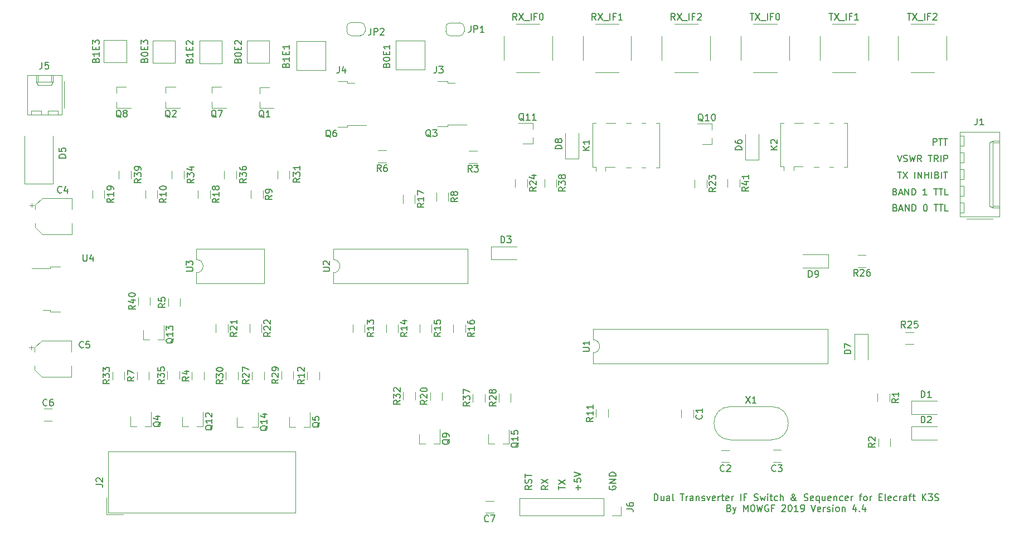
<source format=gbr>
G04 #@! TF.GenerationSoftware,KiCad,Pcbnew,(5.1.2-1)-1*
G04 #@! TF.CreationDate,2019-06-29T21:01:08+01:00*
G04 #@! TF.ProjectId,K3S_Seq_IF_Sw,4b33535f-5365-4715-9f49-465f53772e6b,rev?*
G04 #@! TF.SameCoordinates,Original*
G04 #@! TF.FileFunction,Legend,Top*
G04 #@! TF.FilePolarity,Positive*
%FSLAX46Y46*%
G04 Gerber Fmt 4.6, Leading zero omitted, Abs format (unit mm)*
G04 Created by KiCad (PCBNEW (5.1.2-1)-1) date 2019-06-29 21:01:08*
%MOMM*%
%LPD*%
G04 APERTURE LIST*
%ADD10C,0.150000*%
%ADD11C,0.120000*%
G04 APERTURE END LIST*
D10*
X136618571Y-134527380D02*
X136618571Y-133527380D01*
X136856666Y-133527380D01*
X136999523Y-133575000D01*
X137094761Y-133670238D01*
X137142380Y-133765476D01*
X137190000Y-133955952D01*
X137190000Y-134098809D01*
X137142380Y-134289285D01*
X137094761Y-134384523D01*
X136999523Y-134479761D01*
X136856666Y-134527380D01*
X136618571Y-134527380D01*
X138047142Y-133860714D02*
X138047142Y-134527380D01*
X137618571Y-133860714D02*
X137618571Y-134384523D01*
X137666190Y-134479761D01*
X137761428Y-134527380D01*
X137904285Y-134527380D01*
X137999523Y-134479761D01*
X138047142Y-134432142D01*
X138951904Y-134527380D02*
X138951904Y-134003571D01*
X138904285Y-133908333D01*
X138809047Y-133860714D01*
X138618571Y-133860714D01*
X138523333Y-133908333D01*
X138951904Y-134479761D02*
X138856666Y-134527380D01*
X138618571Y-134527380D01*
X138523333Y-134479761D01*
X138475714Y-134384523D01*
X138475714Y-134289285D01*
X138523333Y-134194047D01*
X138618571Y-134146428D01*
X138856666Y-134146428D01*
X138951904Y-134098809D01*
X139570952Y-134527380D02*
X139475714Y-134479761D01*
X139428095Y-134384523D01*
X139428095Y-133527380D01*
X140570952Y-133527380D02*
X141142380Y-133527380D01*
X140856666Y-134527380D02*
X140856666Y-133527380D01*
X141475714Y-134527380D02*
X141475714Y-133860714D01*
X141475714Y-134051190D02*
X141523333Y-133955952D01*
X141570952Y-133908333D01*
X141666190Y-133860714D01*
X141761428Y-133860714D01*
X142523333Y-134527380D02*
X142523333Y-134003571D01*
X142475714Y-133908333D01*
X142380476Y-133860714D01*
X142190000Y-133860714D01*
X142094761Y-133908333D01*
X142523333Y-134479761D02*
X142428095Y-134527380D01*
X142190000Y-134527380D01*
X142094761Y-134479761D01*
X142047142Y-134384523D01*
X142047142Y-134289285D01*
X142094761Y-134194047D01*
X142190000Y-134146428D01*
X142428095Y-134146428D01*
X142523333Y-134098809D01*
X142999523Y-133860714D02*
X142999523Y-134527380D01*
X142999523Y-133955952D02*
X143047142Y-133908333D01*
X143142380Y-133860714D01*
X143285238Y-133860714D01*
X143380476Y-133908333D01*
X143428095Y-134003571D01*
X143428095Y-134527380D01*
X143856666Y-134479761D02*
X143951904Y-134527380D01*
X144142380Y-134527380D01*
X144237619Y-134479761D01*
X144285238Y-134384523D01*
X144285238Y-134336904D01*
X144237619Y-134241666D01*
X144142380Y-134194047D01*
X143999523Y-134194047D01*
X143904285Y-134146428D01*
X143856666Y-134051190D01*
X143856666Y-134003571D01*
X143904285Y-133908333D01*
X143999523Y-133860714D01*
X144142380Y-133860714D01*
X144237619Y-133908333D01*
X144618571Y-133860714D02*
X144856666Y-134527380D01*
X145094761Y-133860714D01*
X145856666Y-134479761D02*
X145761428Y-134527380D01*
X145570952Y-134527380D01*
X145475714Y-134479761D01*
X145428095Y-134384523D01*
X145428095Y-134003571D01*
X145475714Y-133908333D01*
X145570952Y-133860714D01*
X145761428Y-133860714D01*
X145856666Y-133908333D01*
X145904285Y-134003571D01*
X145904285Y-134098809D01*
X145428095Y-134194047D01*
X146332857Y-134527380D02*
X146332857Y-133860714D01*
X146332857Y-134051190D02*
X146380476Y-133955952D01*
X146428095Y-133908333D01*
X146523333Y-133860714D01*
X146618571Y-133860714D01*
X146809047Y-133860714D02*
X147190000Y-133860714D01*
X146951904Y-133527380D02*
X146951904Y-134384523D01*
X146999523Y-134479761D01*
X147094761Y-134527380D01*
X147190000Y-134527380D01*
X147904285Y-134479761D02*
X147809047Y-134527380D01*
X147618571Y-134527380D01*
X147523333Y-134479761D01*
X147475714Y-134384523D01*
X147475714Y-134003571D01*
X147523333Y-133908333D01*
X147618571Y-133860714D01*
X147809047Y-133860714D01*
X147904285Y-133908333D01*
X147951904Y-134003571D01*
X147951904Y-134098809D01*
X147475714Y-134194047D01*
X148380476Y-134527380D02*
X148380476Y-133860714D01*
X148380476Y-134051190D02*
X148428095Y-133955952D01*
X148475714Y-133908333D01*
X148570952Y-133860714D01*
X148666190Y-133860714D01*
X149761428Y-134527380D02*
X149761428Y-133527380D01*
X150570952Y-134003571D02*
X150237619Y-134003571D01*
X150237619Y-134527380D02*
X150237619Y-133527380D01*
X150713809Y-133527380D01*
X151809047Y-134479761D02*
X151951904Y-134527380D01*
X152190000Y-134527380D01*
X152285238Y-134479761D01*
X152332857Y-134432142D01*
X152380476Y-134336904D01*
X152380476Y-134241666D01*
X152332857Y-134146428D01*
X152285238Y-134098809D01*
X152190000Y-134051190D01*
X151999523Y-134003571D01*
X151904285Y-133955952D01*
X151856666Y-133908333D01*
X151809047Y-133813095D01*
X151809047Y-133717857D01*
X151856666Y-133622619D01*
X151904285Y-133575000D01*
X151999523Y-133527380D01*
X152237619Y-133527380D01*
X152380476Y-133575000D01*
X152713809Y-133860714D02*
X152904285Y-134527380D01*
X153094761Y-134051190D01*
X153285238Y-134527380D01*
X153475714Y-133860714D01*
X153856666Y-134527380D02*
X153856666Y-133860714D01*
X153856666Y-133527380D02*
X153809047Y-133575000D01*
X153856666Y-133622619D01*
X153904285Y-133575000D01*
X153856666Y-133527380D01*
X153856666Y-133622619D01*
X154190000Y-133860714D02*
X154570952Y-133860714D01*
X154332857Y-133527380D02*
X154332857Y-134384523D01*
X154380476Y-134479761D01*
X154475714Y-134527380D01*
X154570952Y-134527380D01*
X155332857Y-134479761D02*
X155237619Y-134527380D01*
X155047142Y-134527380D01*
X154951904Y-134479761D01*
X154904285Y-134432142D01*
X154856666Y-134336904D01*
X154856666Y-134051190D01*
X154904285Y-133955952D01*
X154951904Y-133908333D01*
X155047142Y-133860714D01*
X155237619Y-133860714D01*
X155332857Y-133908333D01*
X155761428Y-134527380D02*
X155761428Y-133527380D01*
X156190000Y-134527380D02*
X156190000Y-134003571D01*
X156142380Y-133908333D01*
X156047142Y-133860714D01*
X155904285Y-133860714D01*
X155809047Y-133908333D01*
X155761428Y-133955952D01*
X158237619Y-134527380D02*
X158190000Y-134527380D01*
X158094761Y-134479761D01*
X157951904Y-134336904D01*
X157713809Y-134051190D01*
X157618571Y-133908333D01*
X157570952Y-133765476D01*
X157570952Y-133670238D01*
X157618571Y-133575000D01*
X157713809Y-133527380D01*
X157761428Y-133527380D01*
X157856666Y-133575000D01*
X157904285Y-133670238D01*
X157904285Y-133717857D01*
X157856666Y-133813095D01*
X157809047Y-133860714D01*
X157523333Y-134051190D01*
X157475714Y-134098809D01*
X157428095Y-134194047D01*
X157428095Y-134336904D01*
X157475714Y-134432142D01*
X157523333Y-134479761D01*
X157618571Y-134527380D01*
X157761428Y-134527380D01*
X157856666Y-134479761D01*
X157904285Y-134432142D01*
X158047142Y-134241666D01*
X158094761Y-134098809D01*
X158094761Y-134003571D01*
X159380476Y-134479761D02*
X159523333Y-134527380D01*
X159761428Y-134527380D01*
X159856666Y-134479761D01*
X159904285Y-134432142D01*
X159951904Y-134336904D01*
X159951904Y-134241666D01*
X159904285Y-134146428D01*
X159856666Y-134098809D01*
X159761428Y-134051190D01*
X159570952Y-134003571D01*
X159475714Y-133955952D01*
X159428095Y-133908333D01*
X159380476Y-133813095D01*
X159380476Y-133717857D01*
X159428095Y-133622619D01*
X159475714Y-133575000D01*
X159570952Y-133527380D01*
X159809047Y-133527380D01*
X159951904Y-133575000D01*
X160761428Y-134479761D02*
X160666190Y-134527380D01*
X160475714Y-134527380D01*
X160380476Y-134479761D01*
X160332857Y-134384523D01*
X160332857Y-134003571D01*
X160380476Y-133908333D01*
X160475714Y-133860714D01*
X160666190Y-133860714D01*
X160761428Y-133908333D01*
X160809047Y-134003571D01*
X160809047Y-134098809D01*
X160332857Y-134194047D01*
X161666190Y-133860714D02*
X161666190Y-134860714D01*
X161666190Y-134479761D02*
X161570952Y-134527380D01*
X161380476Y-134527380D01*
X161285238Y-134479761D01*
X161237619Y-134432142D01*
X161190000Y-134336904D01*
X161190000Y-134051190D01*
X161237619Y-133955952D01*
X161285238Y-133908333D01*
X161380476Y-133860714D01*
X161570952Y-133860714D01*
X161666190Y-133908333D01*
X162570952Y-133860714D02*
X162570952Y-134527380D01*
X162142380Y-133860714D02*
X162142380Y-134384523D01*
X162190000Y-134479761D01*
X162285238Y-134527380D01*
X162428095Y-134527380D01*
X162523333Y-134479761D01*
X162570952Y-134432142D01*
X163428095Y-134479761D02*
X163332857Y-134527380D01*
X163142380Y-134527380D01*
X163047142Y-134479761D01*
X162999523Y-134384523D01*
X162999523Y-134003571D01*
X163047142Y-133908333D01*
X163142380Y-133860714D01*
X163332857Y-133860714D01*
X163428095Y-133908333D01*
X163475714Y-134003571D01*
X163475714Y-134098809D01*
X162999523Y-134194047D01*
X163904285Y-133860714D02*
X163904285Y-134527380D01*
X163904285Y-133955952D02*
X163951904Y-133908333D01*
X164047142Y-133860714D01*
X164190000Y-133860714D01*
X164285238Y-133908333D01*
X164332857Y-134003571D01*
X164332857Y-134527380D01*
X165237619Y-134479761D02*
X165142380Y-134527380D01*
X164951904Y-134527380D01*
X164856666Y-134479761D01*
X164809047Y-134432142D01*
X164761428Y-134336904D01*
X164761428Y-134051190D01*
X164809047Y-133955952D01*
X164856666Y-133908333D01*
X164951904Y-133860714D01*
X165142380Y-133860714D01*
X165237619Y-133908333D01*
X166047142Y-134479761D02*
X165951904Y-134527380D01*
X165761428Y-134527380D01*
X165666190Y-134479761D01*
X165618571Y-134384523D01*
X165618571Y-134003571D01*
X165666190Y-133908333D01*
X165761428Y-133860714D01*
X165951904Y-133860714D01*
X166047142Y-133908333D01*
X166094761Y-134003571D01*
X166094761Y-134098809D01*
X165618571Y-134194047D01*
X166523333Y-134527380D02*
X166523333Y-133860714D01*
X166523333Y-134051190D02*
X166570952Y-133955952D01*
X166618571Y-133908333D01*
X166713809Y-133860714D01*
X166809047Y-133860714D01*
X167761428Y-133860714D02*
X168142380Y-133860714D01*
X167904285Y-134527380D02*
X167904285Y-133670238D01*
X167951904Y-133575000D01*
X168047142Y-133527380D01*
X168142380Y-133527380D01*
X168618571Y-134527380D02*
X168523333Y-134479761D01*
X168475714Y-134432142D01*
X168428095Y-134336904D01*
X168428095Y-134051190D01*
X168475714Y-133955952D01*
X168523333Y-133908333D01*
X168618571Y-133860714D01*
X168761428Y-133860714D01*
X168856666Y-133908333D01*
X168904285Y-133955952D01*
X168951904Y-134051190D01*
X168951904Y-134336904D01*
X168904285Y-134432142D01*
X168856666Y-134479761D01*
X168761428Y-134527380D01*
X168618571Y-134527380D01*
X169380476Y-134527380D02*
X169380476Y-133860714D01*
X169380476Y-134051190D02*
X169428095Y-133955952D01*
X169475714Y-133908333D01*
X169570952Y-133860714D01*
X169666190Y-133860714D01*
X170761428Y-134003571D02*
X171094761Y-134003571D01*
X171237619Y-134527380D02*
X170761428Y-134527380D01*
X170761428Y-133527380D01*
X171237619Y-133527380D01*
X171809047Y-134527380D02*
X171713809Y-134479761D01*
X171666190Y-134384523D01*
X171666190Y-133527380D01*
X172570952Y-134479761D02*
X172475714Y-134527380D01*
X172285238Y-134527380D01*
X172190000Y-134479761D01*
X172142380Y-134384523D01*
X172142380Y-134003571D01*
X172190000Y-133908333D01*
X172285238Y-133860714D01*
X172475714Y-133860714D01*
X172570952Y-133908333D01*
X172618571Y-134003571D01*
X172618571Y-134098809D01*
X172142380Y-134194047D01*
X173475714Y-134479761D02*
X173380476Y-134527380D01*
X173190000Y-134527380D01*
X173094761Y-134479761D01*
X173047142Y-134432142D01*
X172999523Y-134336904D01*
X172999523Y-134051190D01*
X173047142Y-133955952D01*
X173094761Y-133908333D01*
X173190000Y-133860714D01*
X173380476Y-133860714D01*
X173475714Y-133908333D01*
X173904285Y-134527380D02*
X173904285Y-133860714D01*
X173904285Y-134051190D02*
X173951904Y-133955952D01*
X173999523Y-133908333D01*
X174094761Y-133860714D01*
X174190000Y-133860714D01*
X174951904Y-134527380D02*
X174951904Y-134003571D01*
X174904285Y-133908333D01*
X174809047Y-133860714D01*
X174618571Y-133860714D01*
X174523333Y-133908333D01*
X174951904Y-134479761D02*
X174856666Y-134527380D01*
X174618571Y-134527380D01*
X174523333Y-134479761D01*
X174475714Y-134384523D01*
X174475714Y-134289285D01*
X174523333Y-134194047D01*
X174618571Y-134146428D01*
X174856666Y-134146428D01*
X174951904Y-134098809D01*
X175285238Y-133860714D02*
X175666190Y-133860714D01*
X175428095Y-134527380D02*
X175428095Y-133670238D01*
X175475714Y-133575000D01*
X175570952Y-133527380D01*
X175666190Y-133527380D01*
X175856666Y-133860714D02*
X176237619Y-133860714D01*
X175999523Y-133527380D02*
X175999523Y-134384523D01*
X176047142Y-134479761D01*
X176142380Y-134527380D01*
X176237619Y-134527380D01*
X177332857Y-134527380D02*
X177332857Y-133527380D01*
X177904285Y-134527380D02*
X177475714Y-133955952D01*
X177904285Y-133527380D02*
X177332857Y-134098809D01*
X178237619Y-133527380D02*
X178856666Y-133527380D01*
X178523333Y-133908333D01*
X178666190Y-133908333D01*
X178761428Y-133955952D01*
X178809047Y-134003571D01*
X178856666Y-134098809D01*
X178856666Y-134336904D01*
X178809047Y-134432142D01*
X178761428Y-134479761D01*
X178666190Y-134527380D01*
X178380476Y-134527380D01*
X178285238Y-134479761D01*
X178237619Y-134432142D01*
X179237619Y-134479761D02*
X179380476Y-134527380D01*
X179618571Y-134527380D01*
X179713809Y-134479761D01*
X179761428Y-134432142D01*
X179809047Y-134336904D01*
X179809047Y-134241666D01*
X179761428Y-134146428D01*
X179713809Y-134098809D01*
X179618571Y-134051190D01*
X179428095Y-134003571D01*
X179332857Y-133955952D01*
X179285238Y-133908333D01*
X179237619Y-133813095D01*
X179237619Y-133717857D01*
X179285238Y-133622619D01*
X179332857Y-133575000D01*
X179428095Y-133527380D01*
X179666190Y-133527380D01*
X179809047Y-133575000D01*
X147999523Y-135653571D02*
X148142380Y-135701190D01*
X148190000Y-135748809D01*
X148237619Y-135844047D01*
X148237619Y-135986904D01*
X148190000Y-136082142D01*
X148142380Y-136129761D01*
X148047142Y-136177380D01*
X147666190Y-136177380D01*
X147666190Y-135177380D01*
X147999523Y-135177380D01*
X148094761Y-135225000D01*
X148142380Y-135272619D01*
X148190000Y-135367857D01*
X148190000Y-135463095D01*
X148142380Y-135558333D01*
X148094761Y-135605952D01*
X147999523Y-135653571D01*
X147666190Y-135653571D01*
X148570952Y-135510714D02*
X148809047Y-136177380D01*
X149047142Y-135510714D02*
X148809047Y-136177380D01*
X148713809Y-136415476D01*
X148666190Y-136463095D01*
X148570952Y-136510714D01*
X150190000Y-136177380D02*
X150190000Y-135177380D01*
X150523333Y-135891666D01*
X150856666Y-135177380D01*
X150856666Y-136177380D01*
X151523333Y-135177380D02*
X151618571Y-135177380D01*
X151713809Y-135225000D01*
X151761428Y-135272619D01*
X151809047Y-135367857D01*
X151856666Y-135558333D01*
X151856666Y-135796428D01*
X151809047Y-135986904D01*
X151761428Y-136082142D01*
X151713809Y-136129761D01*
X151618571Y-136177380D01*
X151523333Y-136177380D01*
X151428095Y-136129761D01*
X151380476Y-136082142D01*
X151332857Y-135986904D01*
X151285238Y-135796428D01*
X151285238Y-135558333D01*
X151332857Y-135367857D01*
X151380476Y-135272619D01*
X151428095Y-135225000D01*
X151523333Y-135177380D01*
X152190000Y-135177380D02*
X152428095Y-136177380D01*
X152618571Y-135463095D01*
X152809047Y-136177380D01*
X153047142Y-135177380D01*
X153951904Y-135225000D02*
X153856666Y-135177380D01*
X153713809Y-135177380D01*
X153570952Y-135225000D01*
X153475714Y-135320238D01*
X153428095Y-135415476D01*
X153380476Y-135605952D01*
X153380476Y-135748809D01*
X153428095Y-135939285D01*
X153475714Y-136034523D01*
X153570952Y-136129761D01*
X153713809Y-136177380D01*
X153809047Y-136177380D01*
X153951904Y-136129761D01*
X153999523Y-136082142D01*
X153999523Y-135748809D01*
X153809047Y-135748809D01*
X154761428Y-135653571D02*
X154428095Y-135653571D01*
X154428095Y-136177380D02*
X154428095Y-135177380D01*
X154904285Y-135177380D01*
X155999523Y-135272619D02*
X156047142Y-135225000D01*
X156142380Y-135177380D01*
X156380476Y-135177380D01*
X156475714Y-135225000D01*
X156523333Y-135272619D01*
X156570952Y-135367857D01*
X156570952Y-135463095D01*
X156523333Y-135605952D01*
X155951904Y-136177380D01*
X156570952Y-136177380D01*
X157190000Y-135177380D02*
X157285238Y-135177380D01*
X157380476Y-135225000D01*
X157428095Y-135272619D01*
X157475714Y-135367857D01*
X157523333Y-135558333D01*
X157523333Y-135796428D01*
X157475714Y-135986904D01*
X157428095Y-136082142D01*
X157380476Y-136129761D01*
X157285238Y-136177380D01*
X157190000Y-136177380D01*
X157094761Y-136129761D01*
X157047142Y-136082142D01*
X156999523Y-135986904D01*
X156951904Y-135796428D01*
X156951904Y-135558333D01*
X156999523Y-135367857D01*
X157047142Y-135272619D01*
X157094761Y-135225000D01*
X157190000Y-135177380D01*
X158475714Y-136177380D02*
X157904285Y-136177380D01*
X158189999Y-136177380D02*
X158189999Y-135177380D01*
X158094761Y-135320238D01*
X157999523Y-135415476D01*
X157904285Y-135463095D01*
X158951904Y-136177380D02*
X159142380Y-136177380D01*
X159237619Y-136129761D01*
X159285238Y-136082142D01*
X159380476Y-135939285D01*
X159428095Y-135748809D01*
X159428095Y-135367857D01*
X159380476Y-135272619D01*
X159332857Y-135225000D01*
X159237619Y-135177380D01*
X159047142Y-135177380D01*
X158951904Y-135225000D01*
X158904285Y-135272619D01*
X158856666Y-135367857D01*
X158856666Y-135605952D01*
X158904285Y-135701190D01*
X158951904Y-135748809D01*
X159047142Y-135796428D01*
X159237619Y-135796428D01*
X159332857Y-135748809D01*
X159380476Y-135701190D01*
X159428095Y-135605952D01*
X160475714Y-135177380D02*
X160809047Y-136177380D01*
X161142380Y-135177380D01*
X161856666Y-136129761D02*
X161761428Y-136177380D01*
X161570952Y-136177380D01*
X161475714Y-136129761D01*
X161428095Y-136034523D01*
X161428095Y-135653571D01*
X161475714Y-135558333D01*
X161570952Y-135510714D01*
X161761428Y-135510714D01*
X161856666Y-135558333D01*
X161904285Y-135653571D01*
X161904285Y-135748809D01*
X161428095Y-135844047D01*
X162332857Y-136177380D02*
X162332857Y-135510714D01*
X162332857Y-135701190D02*
X162380476Y-135605952D01*
X162428095Y-135558333D01*
X162523333Y-135510714D01*
X162618571Y-135510714D01*
X162904285Y-136129761D02*
X162999523Y-136177380D01*
X163189999Y-136177380D01*
X163285238Y-136129761D01*
X163332857Y-136034523D01*
X163332857Y-135986904D01*
X163285238Y-135891666D01*
X163189999Y-135844047D01*
X163047142Y-135844047D01*
X162951904Y-135796428D01*
X162904285Y-135701190D01*
X162904285Y-135653571D01*
X162951904Y-135558333D01*
X163047142Y-135510714D01*
X163189999Y-135510714D01*
X163285238Y-135558333D01*
X163761428Y-136177380D02*
X163761428Y-135510714D01*
X163761428Y-135177380D02*
X163713809Y-135225000D01*
X163761428Y-135272619D01*
X163809047Y-135225000D01*
X163761428Y-135177380D01*
X163761428Y-135272619D01*
X164380476Y-136177380D02*
X164285238Y-136129761D01*
X164237619Y-136082142D01*
X164189999Y-135986904D01*
X164189999Y-135701190D01*
X164237619Y-135605952D01*
X164285238Y-135558333D01*
X164380476Y-135510714D01*
X164523333Y-135510714D01*
X164618571Y-135558333D01*
X164666190Y-135605952D01*
X164713809Y-135701190D01*
X164713809Y-135986904D01*
X164666190Y-136082142D01*
X164618571Y-136129761D01*
X164523333Y-136177380D01*
X164380476Y-136177380D01*
X165142380Y-135510714D02*
X165142380Y-136177380D01*
X165142380Y-135605952D02*
X165189999Y-135558333D01*
X165285238Y-135510714D01*
X165428095Y-135510714D01*
X165523333Y-135558333D01*
X165570952Y-135653571D01*
X165570952Y-136177380D01*
X167237619Y-135510714D02*
X167237619Y-136177380D01*
X166999523Y-135129761D02*
X166761428Y-135844047D01*
X167380476Y-135844047D01*
X167761428Y-136082142D02*
X167809047Y-136129761D01*
X167761428Y-136177380D01*
X167713809Y-136129761D01*
X167761428Y-136082142D01*
X167761428Y-136177380D01*
X168666190Y-135510714D02*
X168666190Y-136177380D01*
X168428095Y-135129761D02*
X168189999Y-135844047D01*
X168809047Y-135844047D01*
X117992380Y-132237619D02*
X117516190Y-132570952D01*
X117992380Y-132809047D02*
X116992380Y-132809047D01*
X116992380Y-132428095D01*
X117040000Y-132332857D01*
X117087619Y-132285238D01*
X117182857Y-132237619D01*
X117325714Y-132237619D01*
X117420952Y-132285238D01*
X117468571Y-132332857D01*
X117516190Y-132428095D01*
X117516190Y-132809047D01*
X117944761Y-131856666D02*
X117992380Y-131713809D01*
X117992380Y-131475714D01*
X117944761Y-131380476D01*
X117897142Y-131332857D01*
X117801904Y-131285238D01*
X117706666Y-131285238D01*
X117611428Y-131332857D01*
X117563809Y-131380476D01*
X117516190Y-131475714D01*
X117468571Y-131666190D01*
X117420952Y-131761428D01*
X117373333Y-131809047D01*
X117278095Y-131856666D01*
X117182857Y-131856666D01*
X117087619Y-131809047D01*
X117040000Y-131761428D01*
X116992380Y-131666190D01*
X116992380Y-131428095D01*
X117040000Y-131285238D01*
X116992380Y-130999523D02*
X116992380Y-130428095D01*
X117992380Y-130713809D02*
X116992380Y-130713809D01*
X120492380Y-132246666D02*
X120016190Y-132580000D01*
X120492380Y-132818095D02*
X119492380Y-132818095D01*
X119492380Y-132437142D01*
X119540000Y-132341904D01*
X119587619Y-132294285D01*
X119682857Y-132246666D01*
X119825714Y-132246666D01*
X119920952Y-132294285D01*
X119968571Y-132341904D01*
X120016190Y-132437142D01*
X120016190Y-132818095D01*
X119492380Y-131913333D02*
X120492380Y-131246666D01*
X119492380Y-131246666D02*
X120492380Y-131913333D01*
X122082380Y-132841904D02*
X122082380Y-132270476D01*
X123082380Y-132556190D02*
X122082380Y-132556190D01*
X122082380Y-132032380D02*
X123082380Y-131365714D01*
X122082380Y-131365714D02*
X123082380Y-132032380D01*
X125081428Y-132905714D02*
X125081428Y-132143809D01*
X125462380Y-132524761D02*
X124700476Y-132524761D01*
X124462380Y-131191428D02*
X124462380Y-131667619D01*
X124938571Y-131715238D01*
X124890952Y-131667619D01*
X124843333Y-131572380D01*
X124843333Y-131334285D01*
X124890952Y-131239047D01*
X124938571Y-131191428D01*
X125033809Y-131143809D01*
X125271904Y-131143809D01*
X125367142Y-131191428D01*
X125414761Y-131239047D01*
X125462380Y-131334285D01*
X125462380Y-131572380D01*
X125414761Y-131667619D01*
X125367142Y-131715238D01*
X124462380Y-130858095D02*
X125462380Y-130524761D01*
X124462380Y-130191428D01*
X129810000Y-132321904D02*
X129762380Y-132417142D01*
X129762380Y-132560000D01*
X129810000Y-132702857D01*
X129905238Y-132798095D01*
X130000476Y-132845714D01*
X130190952Y-132893333D01*
X130333809Y-132893333D01*
X130524285Y-132845714D01*
X130619523Y-132798095D01*
X130714761Y-132702857D01*
X130762380Y-132560000D01*
X130762380Y-132464761D01*
X130714761Y-132321904D01*
X130667142Y-132274285D01*
X130333809Y-132274285D01*
X130333809Y-132464761D01*
X130762380Y-131845714D02*
X129762380Y-131845714D01*
X130762380Y-131274285D01*
X129762380Y-131274285D01*
X130762380Y-130798095D02*
X129762380Y-130798095D01*
X129762380Y-130560000D01*
X129810000Y-130417142D01*
X129905238Y-130321904D01*
X130000476Y-130274285D01*
X130190952Y-130226666D01*
X130333809Y-130226666D01*
X130524285Y-130274285D01*
X130619523Y-130321904D01*
X130714761Y-130417142D01*
X130762380Y-130560000D01*
X130762380Y-130798095D01*
X173224285Y-89968571D02*
X173367142Y-90016190D01*
X173414761Y-90063809D01*
X173462380Y-90159047D01*
X173462380Y-90301904D01*
X173414761Y-90397142D01*
X173367142Y-90444761D01*
X173271904Y-90492380D01*
X172890952Y-90492380D01*
X172890952Y-89492380D01*
X173224285Y-89492380D01*
X173319523Y-89540000D01*
X173367142Y-89587619D01*
X173414761Y-89682857D01*
X173414761Y-89778095D01*
X173367142Y-89873333D01*
X173319523Y-89920952D01*
X173224285Y-89968571D01*
X172890952Y-89968571D01*
X173843333Y-90206666D02*
X174319523Y-90206666D01*
X173748095Y-90492380D02*
X174081428Y-89492380D01*
X174414761Y-90492380D01*
X174748095Y-90492380D02*
X174748095Y-89492380D01*
X175319523Y-90492380D01*
X175319523Y-89492380D01*
X175795714Y-90492380D02*
X175795714Y-89492380D01*
X176033809Y-89492380D01*
X176176666Y-89540000D01*
X176271904Y-89635238D01*
X176319523Y-89730476D01*
X176367142Y-89920952D01*
X176367142Y-90063809D01*
X176319523Y-90254285D01*
X176271904Y-90349523D01*
X176176666Y-90444761D01*
X176033809Y-90492380D01*
X175795714Y-90492380D01*
X177748095Y-89492380D02*
X177843333Y-89492380D01*
X177938571Y-89540000D01*
X177986190Y-89587619D01*
X178033809Y-89682857D01*
X178081428Y-89873333D01*
X178081428Y-90111428D01*
X178033809Y-90301904D01*
X177986190Y-90397142D01*
X177938571Y-90444761D01*
X177843333Y-90492380D01*
X177748095Y-90492380D01*
X177652857Y-90444761D01*
X177605238Y-90397142D01*
X177557619Y-90301904D01*
X177510000Y-90111428D01*
X177510000Y-89873333D01*
X177557619Y-89682857D01*
X177605238Y-89587619D01*
X177652857Y-89540000D01*
X177748095Y-89492380D01*
X179129047Y-89492380D02*
X179700476Y-89492380D01*
X179414761Y-90492380D02*
X179414761Y-89492380D01*
X179890952Y-89492380D02*
X180462380Y-89492380D01*
X180176666Y-90492380D02*
X180176666Y-89492380D01*
X181271904Y-90492380D02*
X180795714Y-90492380D01*
X180795714Y-89492380D01*
X173174285Y-87538571D02*
X173317142Y-87586190D01*
X173364761Y-87633809D01*
X173412380Y-87729047D01*
X173412380Y-87871904D01*
X173364761Y-87967142D01*
X173317142Y-88014761D01*
X173221904Y-88062380D01*
X172840952Y-88062380D01*
X172840952Y-87062380D01*
X173174285Y-87062380D01*
X173269523Y-87110000D01*
X173317142Y-87157619D01*
X173364761Y-87252857D01*
X173364761Y-87348095D01*
X173317142Y-87443333D01*
X173269523Y-87490952D01*
X173174285Y-87538571D01*
X172840952Y-87538571D01*
X173793333Y-87776666D02*
X174269523Y-87776666D01*
X173698095Y-88062380D02*
X174031428Y-87062380D01*
X174364761Y-88062380D01*
X174698095Y-88062380D02*
X174698095Y-87062380D01*
X175269523Y-88062380D01*
X175269523Y-87062380D01*
X175745714Y-88062380D02*
X175745714Y-87062380D01*
X175983809Y-87062380D01*
X176126666Y-87110000D01*
X176221904Y-87205238D01*
X176269523Y-87300476D01*
X176317142Y-87490952D01*
X176317142Y-87633809D01*
X176269523Y-87824285D01*
X176221904Y-87919523D01*
X176126666Y-88014761D01*
X175983809Y-88062380D01*
X175745714Y-88062380D01*
X178031428Y-88062380D02*
X177460000Y-88062380D01*
X177745714Y-88062380D02*
X177745714Y-87062380D01*
X177650476Y-87205238D01*
X177555238Y-87300476D01*
X177460000Y-87348095D01*
X179079047Y-87062380D02*
X179650476Y-87062380D01*
X179364761Y-88062380D02*
X179364761Y-87062380D01*
X179840952Y-87062380D02*
X180412380Y-87062380D01*
X180126666Y-88062380D02*
X180126666Y-87062380D01*
X181221904Y-88062380D02*
X180745714Y-88062380D01*
X180745714Y-87062380D01*
X173574285Y-84522380D02*
X174145714Y-84522380D01*
X173860000Y-85522380D02*
X173860000Y-84522380D01*
X174383809Y-84522380D02*
X175050476Y-85522380D01*
X175050476Y-84522380D02*
X174383809Y-85522380D01*
X176193333Y-85522380D02*
X176193333Y-84522380D01*
X176669523Y-85522380D02*
X176669523Y-84522380D01*
X177240952Y-85522380D01*
X177240952Y-84522380D01*
X177717142Y-85522380D02*
X177717142Y-84522380D01*
X177717142Y-84998571D02*
X178288571Y-84998571D01*
X178288571Y-85522380D02*
X178288571Y-84522380D01*
X178764761Y-85522380D02*
X178764761Y-84522380D01*
X179574285Y-84998571D02*
X179717142Y-85046190D01*
X179764761Y-85093809D01*
X179812380Y-85189047D01*
X179812380Y-85331904D01*
X179764761Y-85427142D01*
X179717142Y-85474761D01*
X179621904Y-85522380D01*
X179240952Y-85522380D01*
X179240952Y-84522380D01*
X179574285Y-84522380D01*
X179669523Y-84570000D01*
X179717142Y-84617619D01*
X179764761Y-84712857D01*
X179764761Y-84808095D01*
X179717142Y-84903333D01*
X179669523Y-84950952D01*
X179574285Y-84998571D01*
X179240952Y-84998571D01*
X180240952Y-85522380D02*
X180240952Y-84522380D01*
X180574285Y-84522380D02*
X181145714Y-84522380D01*
X180860000Y-85522380D02*
X180860000Y-84522380D01*
X173529047Y-81982380D02*
X173862380Y-82982380D01*
X174195714Y-81982380D01*
X174481428Y-82934761D02*
X174624285Y-82982380D01*
X174862380Y-82982380D01*
X174957619Y-82934761D01*
X175005238Y-82887142D01*
X175052857Y-82791904D01*
X175052857Y-82696666D01*
X175005238Y-82601428D01*
X174957619Y-82553809D01*
X174862380Y-82506190D01*
X174671904Y-82458571D01*
X174576666Y-82410952D01*
X174529047Y-82363333D01*
X174481428Y-82268095D01*
X174481428Y-82172857D01*
X174529047Y-82077619D01*
X174576666Y-82030000D01*
X174671904Y-81982380D01*
X174910000Y-81982380D01*
X175052857Y-82030000D01*
X175386190Y-81982380D02*
X175624285Y-82982380D01*
X175814761Y-82268095D01*
X176005238Y-82982380D01*
X176243333Y-81982380D01*
X177195714Y-82982380D02*
X176862380Y-82506190D01*
X176624285Y-82982380D02*
X176624285Y-81982380D01*
X177005238Y-81982380D01*
X177100476Y-82030000D01*
X177148095Y-82077619D01*
X177195714Y-82172857D01*
X177195714Y-82315714D01*
X177148095Y-82410952D01*
X177100476Y-82458571D01*
X177005238Y-82506190D01*
X176624285Y-82506190D01*
X178243333Y-81982380D02*
X178814761Y-81982380D01*
X178529047Y-82982380D02*
X178529047Y-81982380D01*
X179719523Y-82982380D02*
X179386190Y-82506190D01*
X179148095Y-82982380D02*
X179148095Y-81982380D01*
X179529047Y-81982380D01*
X179624285Y-82030000D01*
X179671904Y-82077619D01*
X179719523Y-82172857D01*
X179719523Y-82315714D01*
X179671904Y-82410952D01*
X179624285Y-82458571D01*
X179529047Y-82506190D01*
X179148095Y-82506190D01*
X180148095Y-82982380D02*
X180148095Y-81982380D01*
X180624285Y-82982380D02*
X180624285Y-81982380D01*
X181005238Y-81982380D01*
X181100476Y-82030000D01*
X181148095Y-82077619D01*
X181195714Y-82172857D01*
X181195714Y-82315714D01*
X181148095Y-82410952D01*
X181100476Y-82458571D01*
X181005238Y-82506190D01*
X180624285Y-82506190D01*
X178976190Y-80452380D02*
X178976190Y-79452380D01*
X179357142Y-79452380D01*
X179452380Y-79500000D01*
X179500000Y-79547619D01*
X179547619Y-79642857D01*
X179547619Y-79785714D01*
X179500000Y-79880952D01*
X179452380Y-79928571D01*
X179357142Y-79976190D01*
X178976190Y-79976190D01*
X179833333Y-79452380D02*
X180404761Y-79452380D01*
X180119047Y-80452380D02*
X180119047Y-79452380D01*
X180595238Y-79452380D02*
X181166666Y-79452380D01*
X180880952Y-80452380D02*
X180880952Y-79452380D01*
D11*
X97400000Y-64600000D02*
X101800000Y-64600000D01*
X101800000Y-64600000D02*
X101800000Y-69000000D01*
X101800000Y-69000000D02*
X97400000Y-69000000D01*
X97400000Y-69000000D02*
X97400000Y-64600000D01*
X74750000Y-68000000D02*
X74750000Y-64600000D01*
X78150000Y-68000000D02*
X74750000Y-68000000D01*
X78150000Y-64600000D02*
X78150000Y-68000000D01*
X74750000Y-64600000D02*
X78150000Y-64600000D01*
X60440000Y-64550000D02*
X63840000Y-64550000D01*
X63840000Y-64550000D02*
X63840000Y-67950000D01*
X63840000Y-67950000D02*
X60440000Y-67950000D01*
X60440000Y-67950000D02*
X60440000Y-64550000D01*
X82250000Y-69050000D02*
X82250000Y-64650000D01*
X86650000Y-69050000D02*
X82250000Y-69050000D01*
X86650000Y-64650000D02*
X86650000Y-69050000D01*
X82250000Y-64650000D02*
X86650000Y-64650000D01*
X67520000Y-68010000D02*
X67520000Y-64610000D01*
X70920000Y-68010000D02*
X67520000Y-68010000D01*
X70920000Y-64610000D02*
X70920000Y-68010000D01*
X67520000Y-64610000D02*
X70920000Y-64610000D01*
X53030000Y-64500000D02*
X56430000Y-64500000D01*
X56430000Y-64500000D02*
X56430000Y-67900000D01*
X56430000Y-67900000D02*
X53030000Y-67900000D01*
X53030000Y-67900000D02*
X53030000Y-64500000D01*
X140740000Y-120725436D02*
X140740000Y-121929564D01*
X142560000Y-120725436D02*
X142560000Y-121929564D01*
X148026564Y-126848000D02*
X146822436Y-126848000D01*
X148026564Y-128668000D02*
X146822436Y-128668000D01*
X154637436Y-126822000D02*
X155841564Y-126822000D01*
X154637436Y-128642000D02*
X155841564Y-128642000D01*
X42067500Y-89282500D02*
X42067500Y-89907500D01*
X41755000Y-89595000D02*
X42380000Y-89595000D01*
X42620000Y-92975563D02*
X43684437Y-94040000D01*
X42620000Y-89584437D02*
X43684437Y-88520000D01*
X42620000Y-89584437D02*
X42620000Y-90220000D01*
X42620000Y-92975563D02*
X42620000Y-92340000D01*
X43684437Y-94040000D02*
X48140000Y-94040000D01*
X43684437Y-88520000D02*
X48140000Y-88520000D01*
X48140000Y-88520000D02*
X48140000Y-90220000D01*
X48140000Y-94040000D02*
X48140000Y-92340000D01*
X48050000Y-115700000D02*
X48050000Y-114000000D01*
X48050000Y-110180000D02*
X48050000Y-111880000D01*
X43594437Y-110180000D02*
X48050000Y-110180000D01*
X43594437Y-115700000D02*
X48050000Y-115700000D01*
X42530000Y-114635563D02*
X42530000Y-114000000D01*
X42530000Y-111244437D02*
X42530000Y-111880000D01*
X42530000Y-111244437D02*
X43594437Y-110180000D01*
X42530000Y-114635563D02*
X43594437Y-115700000D01*
X41665000Y-111255000D02*
X42290000Y-111255000D01*
X41977500Y-110942500D02*
X41977500Y-111567500D01*
X43955436Y-120560000D02*
X45159564Y-120560000D01*
X43955436Y-122380000D02*
X45159564Y-122380000D01*
X175660000Y-119380000D02*
X175660000Y-121380000D01*
X175660000Y-121380000D02*
X179560000Y-121380000D01*
X175660000Y-119380000D02*
X179560000Y-119380000D01*
X175660000Y-123240000D02*
X179560000Y-123240000D01*
X175660000Y-125240000D02*
X179560000Y-125240000D01*
X175660000Y-123240000D02*
X175660000Y-125240000D01*
X41010000Y-86360000D02*
X45310000Y-86360000D01*
X45310000Y-86360000D02*
X45310000Y-79060000D01*
X41010000Y-86360000D02*
X41010000Y-79060000D01*
X150460000Y-82690000D02*
X150460000Y-78790000D01*
X152460000Y-82690000D02*
X152460000Y-78790000D01*
X150460000Y-82690000D02*
X152460000Y-82690000D01*
X169040000Y-109220000D02*
X167040000Y-109220000D01*
X167040000Y-109220000D02*
X167040000Y-113120000D01*
X169040000Y-109220000D02*
X169040000Y-113120000D01*
X123140000Y-82550000D02*
X125140000Y-82550000D01*
X125140000Y-82550000D02*
X125140000Y-78650000D01*
X123140000Y-82550000D02*
X123140000Y-78650000D01*
X183010000Y-91350000D02*
X189030000Y-91350000D01*
X189030000Y-91350000D02*
X189030000Y-78430000D01*
X189030000Y-78430000D02*
X183010000Y-78430000D01*
X183010000Y-78430000D02*
X183010000Y-91350000D01*
X184040000Y-91640000D02*
X188040000Y-91640000D01*
X189030000Y-89970000D02*
X188030000Y-89970000D01*
X188030000Y-89970000D02*
X188030000Y-79810000D01*
X188030000Y-79810000D02*
X189030000Y-79810000D01*
X188030000Y-89970000D02*
X187500000Y-89720000D01*
X187500000Y-89720000D02*
X187500000Y-80060000D01*
X187500000Y-80060000D02*
X188030000Y-79810000D01*
X189030000Y-89720000D02*
X188030000Y-89720000D01*
X189030000Y-80060000D02*
X188030000Y-80060000D01*
X183010000Y-90770000D02*
X183610000Y-90770000D01*
X183610000Y-90770000D02*
X183610000Y-89170000D01*
X183610000Y-89170000D02*
X183010000Y-89170000D01*
X183010000Y-88230000D02*
X183610000Y-88230000D01*
X183610000Y-88230000D02*
X183610000Y-86630000D01*
X183610000Y-86630000D02*
X183010000Y-86630000D01*
X183010000Y-85690000D02*
X183610000Y-85690000D01*
X183610000Y-85690000D02*
X183610000Y-84090000D01*
X183610000Y-84090000D02*
X183010000Y-84090000D01*
X183010000Y-83150000D02*
X183610000Y-83150000D01*
X183610000Y-83150000D02*
X183610000Y-81550000D01*
X183610000Y-81550000D02*
X183010000Y-81550000D01*
X183010000Y-80610000D02*
X183610000Y-80610000D01*
X183610000Y-80610000D02*
X183610000Y-79010000D01*
X183610000Y-79010000D02*
X183010000Y-79010000D01*
X53650000Y-127055000D02*
X82130000Y-127055000D01*
X82130000Y-127055000D02*
X82130000Y-136405000D01*
X82130000Y-136405000D02*
X53650000Y-136405000D01*
X53650000Y-136405000D02*
X53650000Y-127055000D01*
X53400000Y-136655000D02*
X55940000Y-136655000D01*
X53400000Y-136655000D02*
X53400000Y-134115000D01*
X46670000Y-75820000D02*
X46670000Y-69800000D01*
X46670000Y-69800000D02*
X41370000Y-69800000D01*
X41370000Y-69800000D02*
X41370000Y-75820000D01*
X41370000Y-75820000D02*
X46670000Y-75820000D01*
X46960000Y-74790000D02*
X46960000Y-70790000D01*
X45290000Y-69800000D02*
X45290000Y-70800000D01*
X45290000Y-70800000D02*
X42750000Y-70800000D01*
X42750000Y-70800000D02*
X42750000Y-69800000D01*
X45290000Y-70800000D02*
X45040000Y-71330000D01*
X45040000Y-71330000D02*
X43000000Y-71330000D01*
X43000000Y-71330000D02*
X42750000Y-70800000D01*
X45040000Y-69800000D02*
X45040000Y-70800000D01*
X43000000Y-69800000D02*
X43000000Y-70800000D01*
X46090000Y-75820000D02*
X46090000Y-75220000D01*
X46090000Y-75220000D02*
X44490000Y-75220000D01*
X44490000Y-75220000D02*
X44490000Y-75820000D01*
X43550000Y-75820000D02*
X43550000Y-75220000D01*
X43550000Y-75220000D02*
X41950000Y-75220000D01*
X41950000Y-75220000D02*
X41950000Y-75820000D01*
X105650000Y-61850000D02*
X107050000Y-61850000D01*
X107750000Y-62550000D02*
X107750000Y-63150000D01*
X107050000Y-63850000D02*
X105650000Y-63850000D01*
X104950000Y-63150000D02*
X104950000Y-62550000D01*
X104950000Y-62550000D02*
G75*
G02X105650000Y-61850000I700000J0D01*
G01*
X105650000Y-63850000D02*
G75*
G02X104950000Y-63150000I0J700000D01*
G01*
X107750000Y-63150000D02*
G75*
G02X107050000Y-63850000I-700000J0D01*
G01*
X107050000Y-61850000D02*
G75*
G02X107750000Y-62550000I0J-700000D01*
G01*
X92000000Y-61800000D02*
G75*
G02X92700000Y-62500000I0J-700000D01*
G01*
X92700000Y-63100000D02*
G75*
G02X92000000Y-63800000I-700000J0D01*
G01*
X90600000Y-63800000D02*
G75*
G02X89900000Y-63100000I0J700000D01*
G01*
X89900000Y-62500000D02*
G75*
G02X90600000Y-61800000I700000J0D01*
G01*
X89900000Y-63100000D02*
X89900000Y-62500000D01*
X92000000Y-63800000D02*
X90600000Y-63800000D01*
X92700000Y-62500000D02*
X92700000Y-63100000D01*
X90600000Y-61800000D02*
X92000000Y-61800000D01*
X127230000Y-83800000D02*
X127220000Y-77140000D01*
X127220000Y-77140000D02*
X127720000Y-77140000D01*
X129320000Y-77140000D02*
X130720000Y-77140000D01*
X132320000Y-77140000D02*
X133120000Y-77140000D01*
X134720000Y-77140000D02*
X135320000Y-77140000D01*
X136920000Y-77140000D02*
X137420000Y-77140000D01*
X137420000Y-77140000D02*
X137420000Y-83840000D01*
X137420000Y-83840000D02*
X136920000Y-83840000D01*
X135320000Y-83840000D02*
X134720000Y-83840000D01*
X133120000Y-83840000D02*
X132320000Y-83840000D01*
X130630000Y-83800000D02*
X129230000Y-83800000D01*
X127230000Y-83800000D02*
X127730000Y-83800000D01*
X127730000Y-83800000D02*
X127730000Y-84400000D01*
X129230000Y-83800000D02*
X129230000Y-84400000D01*
X157770000Y-83720000D02*
X157770000Y-84320000D01*
X156270000Y-83720000D02*
X156270000Y-84320000D01*
X155770000Y-83720000D02*
X156270000Y-83720000D01*
X159170000Y-83720000D02*
X157770000Y-83720000D01*
X161660000Y-83760000D02*
X160860000Y-83760000D01*
X163860000Y-83760000D02*
X163260000Y-83760000D01*
X165960000Y-83760000D02*
X165460000Y-83760000D01*
X165960000Y-77060000D02*
X165960000Y-83760000D01*
X165460000Y-77060000D02*
X165960000Y-77060000D01*
X163260000Y-77060000D02*
X163860000Y-77060000D01*
X160860000Y-77060000D02*
X161660000Y-77060000D01*
X157860000Y-77060000D02*
X159260000Y-77060000D01*
X155760000Y-77060000D02*
X156260000Y-77060000D01*
X155770000Y-83720000D02*
X155760000Y-77060000D01*
X76690000Y-71660000D02*
X76690000Y-72590000D01*
X76690000Y-74820000D02*
X76690000Y-73890000D01*
X76690000Y-74820000D02*
X78850000Y-74820000D01*
X76690000Y-71660000D02*
X78150000Y-71660000D01*
X62420000Y-71630000D02*
X63880000Y-71630000D01*
X62420000Y-74790000D02*
X64580000Y-74790000D01*
X62420000Y-74790000D02*
X62420000Y-73860000D01*
X62420000Y-71630000D02*
X62420000Y-72560000D01*
X57030000Y-123210000D02*
X57960000Y-123210000D01*
X60190000Y-123210000D02*
X59260000Y-123210000D01*
X60190000Y-123210000D02*
X60190000Y-121050000D01*
X57030000Y-123210000D02*
X57030000Y-121750000D01*
X81170000Y-123290000D02*
X82100000Y-123290000D01*
X84330000Y-123290000D02*
X83400000Y-123290000D01*
X84330000Y-123290000D02*
X84330000Y-121130000D01*
X81170000Y-123290000D02*
X81170000Y-121830000D01*
X69430000Y-71630000D02*
X70890000Y-71630000D01*
X69430000Y-74790000D02*
X71590000Y-74790000D01*
X69430000Y-74790000D02*
X69430000Y-73860000D01*
X69430000Y-71630000D02*
X69430000Y-72560000D01*
X54960000Y-71620000D02*
X56420000Y-71620000D01*
X54960000Y-74780000D02*
X57120000Y-74780000D01*
X54960000Y-74780000D02*
X54960000Y-73850000D01*
X54960000Y-71620000D02*
X54960000Y-72550000D01*
X100920000Y-125870000D02*
X101850000Y-125870000D01*
X104080000Y-125870000D02*
X103150000Y-125870000D01*
X104080000Y-125870000D02*
X104080000Y-123710000D01*
X100920000Y-125870000D02*
X100920000Y-124410000D01*
X145360000Y-80360000D02*
X143900000Y-80360000D01*
X145360000Y-77200000D02*
X143200000Y-77200000D01*
X145360000Y-77200000D02*
X145360000Y-78130000D01*
X145360000Y-80360000D02*
X145360000Y-79430000D01*
X118150000Y-80270000D02*
X118150000Y-79340000D01*
X118150000Y-77110000D02*
X118150000Y-78040000D01*
X118150000Y-77110000D02*
X115990000Y-77110000D01*
X118150000Y-80270000D02*
X116690000Y-80270000D01*
X172370000Y-118247936D02*
X172370000Y-119452064D01*
X170550000Y-118247936D02*
X170550000Y-119452064D01*
X170670000Y-125090436D02*
X170670000Y-126294564D01*
X172490000Y-125090436D02*
X172490000Y-126294564D01*
X59880000Y-116154564D02*
X59880000Y-114950436D01*
X58060000Y-116154564D02*
X58060000Y-114950436D01*
X103540000Y-87710436D02*
X103540000Y-88914564D01*
X105360000Y-87710436D02*
X105360000Y-88914564D01*
X75360000Y-87345436D02*
X75360000Y-88549564D01*
X77180000Y-87345436D02*
X77180000Y-88549564D01*
X61140000Y-87345436D02*
X61140000Y-88549564D01*
X59320000Y-87345436D02*
X59320000Y-88549564D01*
X127760000Y-121844564D02*
X127760000Y-120640436D01*
X129580000Y-121844564D02*
X129580000Y-120640436D01*
X85720000Y-116112064D02*
X85720000Y-114907936D01*
X83900000Y-116112064D02*
X83900000Y-114907936D01*
X92640000Y-107717936D02*
X92640000Y-108922064D01*
X90820000Y-107717936D02*
X90820000Y-108922064D01*
X95900000Y-107717936D02*
X95900000Y-108922064D01*
X97720000Y-107717936D02*
X97720000Y-108922064D01*
X102800000Y-107717936D02*
X102800000Y-108922064D01*
X100980000Y-107717936D02*
X100980000Y-108922064D01*
X106090000Y-107747936D02*
X106090000Y-108952064D01*
X107910000Y-107747936D02*
X107910000Y-108952064D01*
X100260000Y-88060436D02*
X100260000Y-89264564D01*
X98440000Y-88060436D02*
X98440000Y-89264564D01*
X69160000Y-87345436D02*
X69160000Y-88549564D01*
X67340000Y-87345436D02*
X67340000Y-88549564D01*
X53120000Y-87345436D02*
X53120000Y-88549564D01*
X51300000Y-87345436D02*
X51300000Y-88549564D01*
X102570000Y-119244564D02*
X102570000Y-118040436D01*
X104390000Y-119244564D02*
X104390000Y-118040436D01*
X70020000Y-107705436D02*
X70020000Y-108909564D01*
X71840000Y-107705436D02*
X71840000Y-108909564D01*
X75150000Y-107705436D02*
X75150000Y-108909564D01*
X76970000Y-107705436D02*
X76970000Y-108909564D01*
X144600000Y-85705436D02*
X144600000Y-86909564D01*
X142780000Y-85705436D02*
X142780000Y-86909564D01*
X117320000Y-85615436D02*
X117320000Y-86819564D01*
X115500000Y-85615436D02*
X115500000Y-86819564D01*
X175979564Y-108910000D02*
X174775436Y-108910000D01*
X175979564Y-110730000D02*
X174775436Y-110730000D01*
X127320000Y-110060000D02*
G75*
G02X127320000Y-112060000I0J-1000000D01*
G01*
X127320000Y-112060000D02*
X127320000Y-113710000D01*
X127320000Y-113710000D02*
X163000000Y-113710000D01*
X163000000Y-113710000D02*
X163000000Y-108410000D01*
X163000000Y-108410000D02*
X127320000Y-108410000D01*
X127320000Y-108410000D02*
X127320000Y-110060000D01*
X46360000Y-98920000D02*
X44860000Y-98920000D01*
X44860000Y-98920000D02*
X44860000Y-99190000D01*
X44860000Y-99190000D02*
X42030000Y-99190000D01*
X46360000Y-105820000D02*
X44860000Y-105820000D01*
X44860000Y-105820000D02*
X44860000Y-105550000D01*
X44860000Y-105550000D02*
X43760000Y-105550000D01*
X148207000Y-120229000D02*
X154457000Y-120229000D01*
X148207000Y-125279000D02*
X154457000Y-125279000D01*
X148207000Y-125279000D02*
G75*
G02X148207000Y-120229000I0J2525000D01*
G01*
X154457000Y-125279000D02*
G75*
G03X154457000Y-120229000I0J2525000D01*
G01*
X163040000Y-99100000D02*
X163040000Y-97100000D01*
X163040000Y-97100000D02*
X159140000Y-97100000D01*
X163040000Y-99100000D02*
X159140000Y-99100000D01*
X168774564Y-99000000D02*
X167570436Y-99000000D01*
X168774564Y-97180000D02*
X167570436Y-97180000D01*
X103750000Y-77620000D02*
X105250000Y-77620000D01*
X105250000Y-77620000D02*
X105250000Y-77350000D01*
X105250000Y-77350000D02*
X108080000Y-77350000D01*
X103750000Y-70720000D02*
X105250000Y-70720000D01*
X105250000Y-70720000D02*
X105250000Y-70990000D01*
X105250000Y-70990000D02*
X106350000Y-70990000D01*
X90030000Y-71040000D02*
X91130000Y-71040000D01*
X90030000Y-70770000D02*
X90030000Y-71040000D01*
X88530000Y-70770000D02*
X90030000Y-70770000D01*
X90030000Y-77400000D02*
X92860000Y-77400000D01*
X90030000Y-77670000D02*
X90030000Y-77400000D01*
X88530000Y-77670000D02*
X90030000Y-77670000D01*
X64920000Y-123240000D02*
X65850000Y-123240000D01*
X68080000Y-123240000D02*
X67150000Y-123240000D01*
X68080000Y-123240000D02*
X68080000Y-121080000D01*
X64920000Y-123240000D02*
X64920000Y-121780000D01*
X58970000Y-110030000D02*
X59900000Y-110030000D01*
X62130000Y-110030000D02*
X61200000Y-110030000D01*
X62130000Y-110030000D02*
X62130000Y-107870000D01*
X58970000Y-110030000D02*
X58970000Y-108570000D01*
X73260000Y-123330000D02*
X73260000Y-121870000D01*
X76420000Y-123330000D02*
X76420000Y-121170000D01*
X76420000Y-123330000D02*
X75490000Y-123330000D01*
X73260000Y-123330000D02*
X74190000Y-123330000D01*
X111390000Y-125890000D02*
X111390000Y-124430000D01*
X114550000Y-125890000D02*
X114550000Y-123730000D01*
X114550000Y-125890000D02*
X113620000Y-125890000D01*
X111390000Y-125890000D02*
X112320000Y-125890000D01*
X109689564Y-81340000D02*
X108485436Y-81340000D01*
X109689564Y-83160000D02*
X108485436Y-83160000D01*
X68220000Y-116134564D02*
X68220000Y-114930436D01*
X66400000Y-116134564D02*
X66400000Y-114930436D01*
X64610000Y-104999564D02*
X64610000Y-103795436D01*
X62790000Y-104999564D02*
X62790000Y-103795436D01*
X95889564Y-83110000D02*
X94685436Y-83110000D01*
X95889564Y-81290000D02*
X94685436Y-81290000D01*
X75550000Y-116112064D02*
X75550000Y-114907936D01*
X77370000Y-116112064D02*
X77370000Y-114907936D01*
X113020000Y-119489564D02*
X113020000Y-118285436D01*
X114840000Y-119489564D02*
X114840000Y-118285436D01*
X87870000Y-97870000D02*
G75*
G02X87870000Y-99870000I0J-1000000D01*
G01*
X87870000Y-99870000D02*
X87870000Y-101520000D01*
X87870000Y-101520000D02*
X108310000Y-101520000D01*
X108310000Y-101520000D02*
X108310000Y-96220000D01*
X108310000Y-96220000D02*
X87870000Y-96220000D01*
X87870000Y-96220000D02*
X87870000Y-97870000D01*
X67090000Y-97870000D02*
G75*
G02X67090000Y-99870000I0J-1000000D01*
G01*
X67090000Y-99870000D02*
X67090000Y-101520000D01*
X67090000Y-101520000D02*
X77370000Y-101520000D01*
X77370000Y-101520000D02*
X77370000Y-96220000D01*
X77370000Y-96220000D02*
X67090000Y-96220000D01*
X67090000Y-96220000D02*
X67090000Y-97870000D01*
X79990000Y-116054564D02*
X79990000Y-114850436D01*
X81810000Y-116054564D02*
X81810000Y-114850436D01*
X71560000Y-116134564D02*
X71560000Y-114930436D01*
X73380000Y-116134564D02*
X73380000Y-114930436D01*
X81220000Y-85572064D02*
X81220000Y-84367936D01*
X79400000Y-85572064D02*
X79400000Y-84367936D01*
X100300000Y-119209564D02*
X100300000Y-118005436D01*
X98480000Y-119209564D02*
X98480000Y-118005436D01*
X56150000Y-116114564D02*
X56150000Y-114910436D01*
X54330000Y-116114564D02*
X54330000Y-114910436D01*
X63340000Y-85584564D02*
X63340000Y-84380436D01*
X65160000Y-85584564D02*
X65160000Y-84380436D01*
X62670000Y-116089564D02*
X62670000Y-114885436D01*
X64490000Y-116089564D02*
X64490000Y-114885436D01*
X73140000Y-85584564D02*
X73140000Y-84380436D01*
X71320000Y-85584564D02*
X71320000Y-84380436D01*
X110880000Y-119504564D02*
X110880000Y-118300436D01*
X109060000Y-119504564D02*
X109060000Y-118300436D01*
X121750000Y-85625436D02*
X121750000Y-86829564D01*
X119930000Y-85625436D02*
X119930000Y-86829564D01*
X57120000Y-85594564D02*
X57120000Y-84390436D01*
X55300000Y-85594564D02*
X55300000Y-84390436D01*
X58242500Y-104802064D02*
X58242500Y-103597936D01*
X60062500Y-104802064D02*
X60062500Y-103597936D01*
X149560000Y-85625436D02*
X149560000Y-86829564D01*
X147740000Y-85625436D02*
X147740000Y-86829564D01*
X112224564Y-136380000D02*
X111020436Y-136380000D01*
X112224564Y-134560000D02*
X111020436Y-134560000D01*
X128950000Y-134140000D02*
X128950000Y-136800000D01*
X128950000Y-134140000D02*
X116190000Y-134140000D01*
X116190000Y-134140000D02*
X116190000Y-136800000D01*
X128950000Y-136800000D02*
X116190000Y-136800000D01*
X131550000Y-136800000D02*
X130220000Y-136800000D01*
X131550000Y-135470000D02*
X131550000Y-136800000D01*
X111820000Y-95870000D02*
X111820000Y-97870000D01*
X111820000Y-97870000D02*
X115720000Y-97870000D01*
X111820000Y-95870000D02*
X115720000Y-95870000D01*
X115640000Y-62050000D02*
X119240000Y-62050000D01*
X115640000Y-69410000D02*
X119240000Y-69410000D01*
X121120000Y-63930000D02*
X121120000Y-67530000D01*
X113760000Y-63930000D02*
X113760000Y-67530000D01*
X125770000Y-63930000D02*
X125770000Y-67530000D01*
X133130000Y-63930000D02*
X133130000Y-67530000D01*
X127650000Y-69410000D02*
X131250000Y-69410000D01*
X127650000Y-62050000D02*
X131250000Y-62050000D01*
X139660000Y-62040000D02*
X143260000Y-62040000D01*
X139660000Y-69400000D02*
X143260000Y-69400000D01*
X145140000Y-63920000D02*
X145140000Y-67520000D01*
X137780000Y-63920000D02*
X137780000Y-67520000D01*
X149780000Y-63920000D02*
X149780000Y-67520000D01*
X157140000Y-63920000D02*
X157140000Y-67520000D01*
X151660000Y-69400000D02*
X155260000Y-69400000D01*
X151660000Y-62040000D02*
X155260000Y-62040000D01*
X163650000Y-62020000D02*
X167250000Y-62020000D01*
X163650000Y-69380000D02*
X167250000Y-69380000D01*
X169130000Y-63900000D02*
X169130000Y-67500000D01*
X161770000Y-63900000D02*
X161770000Y-67500000D01*
X173680000Y-63900000D02*
X173680000Y-67500000D01*
X181040000Y-63900000D02*
X181040000Y-67500000D01*
X175560000Y-69380000D02*
X179160000Y-69380000D01*
X175560000Y-62020000D02*
X179160000Y-62020000D01*
D10*
X95938571Y-68293333D02*
X95986190Y-68150476D01*
X96033809Y-68102857D01*
X96129047Y-68055238D01*
X96271904Y-68055238D01*
X96367142Y-68102857D01*
X96414761Y-68150476D01*
X96462380Y-68245714D01*
X96462380Y-68626666D01*
X95462380Y-68626666D01*
X95462380Y-68293333D01*
X95510000Y-68198095D01*
X95557619Y-68150476D01*
X95652857Y-68102857D01*
X95748095Y-68102857D01*
X95843333Y-68150476D01*
X95890952Y-68198095D01*
X95938571Y-68293333D01*
X95938571Y-68626666D01*
X95462380Y-67436190D02*
X95462380Y-67340952D01*
X95510000Y-67245714D01*
X95557619Y-67198095D01*
X95652857Y-67150476D01*
X95843333Y-67102857D01*
X96081428Y-67102857D01*
X96271904Y-67150476D01*
X96367142Y-67198095D01*
X96414761Y-67245714D01*
X96462380Y-67340952D01*
X96462380Y-67436190D01*
X96414761Y-67531428D01*
X96367142Y-67579047D01*
X96271904Y-67626666D01*
X96081428Y-67674285D01*
X95843333Y-67674285D01*
X95652857Y-67626666D01*
X95557619Y-67579047D01*
X95510000Y-67531428D01*
X95462380Y-67436190D01*
X95938571Y-66674285D02*
X95938571Y-66340952D01*
X96462380Y-66198095D02*
X96462380Y-66674285D01*
X95462380Y-66674285D01*
X95462380Y-66198095D01*
X96462380Y-65245714D02*
X96462380Y-65817142D01*
X96462380Y-65531428D02*
X95462380Y-65531428D01*
X95605238Y-65626666D01*
X95700476Y-65721904D01*
X95748095Y-65817142D01*
X73378571Y-67583333D02*
X73426190Y-67440476D01*
X73473809Y-67392857D01*
X73569047Y-67345238D01*
X73711904Y-67345238D01*
X73807142Y-67392857D01*
X73854761Y-67440476D01*
X73902380Y-67535714D01*
X73902380Y-67916666D01*
X72902380Y-67916666D01*
X72902380Y-67583333D01*
X72950000Y-67488095D01*
X72997619Y-67440476D01*
X73092857Y-67392857D01*
X73188095Y-67392857D01*
X73283333Y-67440476D01*
X73330952Y-67488095D01*
X73378571Y-67583333D01*
X73378571Y-67916666D01*
X72902380Y-66726190D02*
X72902380Y-66630952D01*
X72950000Y-66535714D01*
X72997619Y-66488095D01*
X73092857Y-66440476D01*
X73283333Y-66392857D01*
X73521428Y-66392857D01*
X73711904Y-66440476D01*
X73807142Y-66488095D01*
X73854761Y-66535714D01*
X73902380Y-66630952D01*
X73902380Y-66726190D01*
X73854761Y-66821428D01*
X73807142Y-66869047D01*
X73711904Y-66916666D01*
X73521428Y-66964285D01*
X73283333Y-66964285D01*
X73092857Y-66916666D01*
X72997619Y-66869047D01*
X72950000Y-66821428D01*
X72902380Y-66726190D01*
X73378571Y-65964285D02*
X73378571Y-65630952D01*
X73902380Y-65488095D02*
X73902380Y-65964285D01*
X72902380Y-65964285D01*
X72902380Y-65488095D01*
X72997619Y-65107142D02*
X72950000Y-65059523D01*
X72902380Y-64964285D01*
X72902380Y-64726190D01*
X72950000Y-64630952D01*
X72997619Y-64583333D01*
X73092857Y-64535714D01*
X73188095Y-64535714D01*
X73330952Y-64583333D01*
X73902380Y-65154761D01*
X73902380Y-64535714D01*
X59178571Y-67533333D02*
X59226190Y-67390476D01*
X59273809Y-67342857D01*
X59369047Y-67295238D01*
X59511904Y-67295238D01*
X59607142Y-67342857D01*
X59654761Y-67390476D01*
X59702380Y-67485714D01*
X59702380Y-67866666D01*
X58702380Y-67866666D01*
X58702380Y-67533333D01*
X58750000Y-67438095D01*
X58797619Y-67390476D01*
X58892857Y-67342857D01*
X58988095Y-67342857D01*
X59083333Y-67390476D01*
X59130952Y-67438095D01*
X59178571Y-67533333D01*
X59178571Y-67866666D01*
X58702380Y-66676190D02*
X58702380Y-66580952D01*
X58750000Y-66485714D01*
X58797619Y-66438095D01*
X58892857Y-66390476D01*
X59083333Y-66342857D01*
X59321428Y-66342857D01*
X59511904Y-66390476D01*
X59607142Y-66438095D01*
X59654761Y-66485714D01*
X59702380Y-66580952D01*
X59702380Y-66676190D01*
X59654761Y-66771428D01*
X59607142Y-66819047D01*
X59511904Y-66866666D01*
X59321428Y-66914285D01*
X59083333Y-66914285D01*
X58892857Y-66866666D01*
X58797619Y-66819047D01*
X58750000Y-66771428D01*
X58702380Y-66676190D01*
X59178571Y-65914285D02*
X59178571Y-65580952D01*
X59702380Y-65438095D02*
X59702380Y-65914285D01*
X58702380Y-65914285D01*
X58702380Y-65438095D01*
X58702380Y-65104761D02*
X58702380Y-64485714D01*
X59083333Y-64819047D01*
X59083333Y-64676190D01*
X59130952Y-64580952D01*
X59178571Y-64533333D01*
X59273809Y-64485714D01*
X59511904Y-64485714D01*
X59607142Y-64533333D01*
X59654761Y-64580952D01*
X59702380Y-64676190D01*
X59702380Y-64961904D01*
X59654761Y-65057142D01*
X59607142Y-65104761D01*
X80640001Y-68293333D02*
X80687620Y-68150476D01*
X80735239Y-68102857D01*
X80830477Y-68055238D01*
X80973334Y-68055238D01*
X81068572Y-68102857D01*
X81116191Y-68150476D01*
X81163810Y-68245714D01*
X81163810Y-68626666D01*
X80163810Y-68626666D01*
X80163810Y-68293333D01*
X80211430Y-68198095D01*
X80259049Y-68150476D01*
X80354287Y-68102857D01*
X80449525Y-68102857D01*
X80544763Y-68150476D01*
X80592382Y-68198095D01*
X80640001Y-68293333D01*
X80640001Y-68626666D01*
X81163810Y-67102857D02*
X81163810Y-67674285D01*
X81163810Y-67388571D02*
X80163810Y-67388571D01*
X80306668Y-67483809D01*
X80401906Y-67579047D01*
X80449525Y-67674285D01*
X80640001Y-66674285D02*
X80640001Y-66340952D01*
X81163810Y-66198095D02*
X81163810Y-66674285D01*
X80163810Y-66674285D01*
X80163810Y-66198095D01*
X81163810Y-65245714D02*
X81163810Y-65817142D01*
X81163810Y-65531428D02*
X80163810Y-65531428D01*
X80306668Y-65626666D01*
X80401906Y-65721904D01*
X80449525Y-65817142D01*
X66028571Y-67633333D02*
X66076190Y-67490476D01*
X66123809Y-67442857D01*
X66219047Y-67395238D01*
X66361904Y-67395238D01*
X66457142Y-67442857D01*
X66504761Y-67490476D01*
X66552380Y-67585714D01*
X66552380Y-67966666D01*
X65552380Y-67966666D01*
X65552380Y-67633333D01*
X65600000Y-67538095D01*
X65647619Y-67490476D01*
X65742857Y-67442857D01*
X65838095Y-67442857D01*
X65933333Y-67490476D01*
X65980952Y-67538095D01*
X66028571Y-67633333D01*
X66028571Y-67966666D01*
X66552380Y-66442857D02*
X66552380Y-67014285D01*
X66552380Y-66728571D02*
X65552380Y-66728571D01*
X65695238Y-66823809D01*
X65790476Y-66919047D01*
X65838095Y-67014285D01*
X66028571Y-66014285D02*
X66028571Y-65680952D01*
X66552380Y-65538095D02*
X66552380Y-66014285D01*
X65552380Y-66014285D01*
X65552380Y-65538095D01*
X65647619Y-65157142D02*
X65600000Y-65109523D01*
X65552380Y-65014285D01*
X65552380Y-64776190D01*
X65600000Y-64680952D01*
X65647619Y-64633333D01*
X65742857Y-64585714D01*
X65838095Y-64585714D01*
X65980952Y-64633333D01*
X66552380Y-65204761D01*
X66552380Y-64585714D01*
X51778571Y-67533333D02*
X51826190Y-67390476D01*
X51873809Y-67342857D01*
X51969047Y-67295238D01*
X52111904Y-67295238D01*
X52207142Y-67342857D01*
X52254761Y-67390476D01*
X52302380Y-67485714D01*
X52302380Y-67866666D01*
X51302380Y-67866666D01*
X51302380Y-67533333D01*
X51350000Y-67438095D01*
X51397619Y-67390476D01*
X51492857Y-67342857D01*
X51588095Y-67342857D01*
X51683333Y-67390476D01*
X51730952Y-67438095D01*
X51778571Y-67533333D01*
X51778571Y-67866666D01*
X52302380Y-66342857D02*
X52302380Y-66914285D01*
X52302380Y-66628571D02*
X51302380Y-66628571D01*
X51445238Y-66723809D01*
X51540476Y-66819047D01*
X51588095Y-66914285D01*
X51778571Y-65914285D02*
X51778571Y-65580952D01*
X52302380Y-65438095D02*
X52302380Y-65914285D01*
X51302380Y-65914285D01*
X51302380Y-65438095D01*
X51302380Y-65104761D02*
X51302380Y-64485714D01*
X51683333Y-64819047D01*
X51683333Y-64676190D01*
X51730952Y-64580952D01*
X51778571Y-64533333D01*
X51873809Y-64485714D01*
X52111904Y-64485714D01*
X52207142Y-64533333D01*
X52254761Y-64580952D01*
X52302380Y-64676190D01*
X52302380Y-64961904D01*
X52254761Y-65057142D01*
X52207142Y-65104761D01*
X143827142Y-121494166D02*
X143874761Y-121541785D01*
X143922380Y-121684642D01*
X143922380Y-121779880D01*
X143874761Y-121922738D01*
X143779523Y-122017976D01*
X143684285Y-122065595D01*
X143493809Y-122113214D01*
X143350952Y-122113214D01*
X143160476Y-122065595D01*
X143065238Y-122017976D01*
X142970000Y-121922738D01*
X142922380Y-121779880D01*
X142922380Y-121684642D01*
X142970000Y-121541785D01*
X143017619Y-121494166D01*
X143922380Y-120541785D02*
X143922380Y-121113214D01*
X143922380Y-120827500D02*
X142922380Y-120827500D01*
X143065238Y-120922738D01*
X143160476Y-121017976D01*
X143208095Y-121113214D01*
X147257833Y-129997142D02*
X147210214Y-130044761D01*
X147067357Y-130092380D01*
X146972119Y-130092380D01*
X146829261Y-130044761D01*
X146734023Y-129949523D01*
X146686404Y-129854285D01*
X146638785Y-129663809D01*
X146638785Y-129520952D01*
X146686404Y-129330476D01*
X146734023Y-129235238D01*
X146829261Y-129140000D01*
X146972119Y-129092380D01*
X147067357Y-129092380D01*
X147210214Y-129140000D01*
X147257833Y-129187619D01*
X147638785Y-129187619D02*
X147686404Y-129140000D01*
X147781642Y-129092380D01*
X148019738Y-129092380D01*
X148114976Y-129140000D01*
X148162595Y-129187619D01*
X148210214Y-129282857D01*
X148210214Y-129378095D01*
X148162595Y-129520952D01*
X147591166Y-130092380D01*
X148210214Y-130092380D01*
X155073333Y-129997142D02*
X155025714Y-130044761D01*
X154882857Y-130092380D01*
X154787619Y-130092380D01*
X154644761Y-130044761D01*
X154549523Y-129949523D01*
X154501904Y-129854285D01*
X154454285Y-129663809D01*
X154454285Y-129520952D01*
X154501904Y-129330476D01*
X154549523Y-129235238D01*
X154644761Y-129140000D01*
X154787619Y-129092380D01*
X154882857Y-129092380D01*
X155025714Y-129140000D01*
X155073333Y-129187619D01*
X155406666Y-129092380D02*
X156025714Y-129092380D01*
X155692380Y-129473333D01*
X155835238Y-129473333D01*
X155930476Y-129520952D01*
X155978095Y-129568571D01*
X156025714Y-129663809D01*
X156025714Y-129901904D01*
X155978095Y-129997142D01*
X155930476Y-130044761D01*
X155835238Y-130092380D01*
X155549523Y-130092380D01*
X155454285Y-130044761D01*
X155406666Y-129997142D01*
X46613333Y-87637142D02*
X46565714Y-87684761D01*
X46422857Y-87732380D01*
X46327619Y-87732380D01*
X46184761Y-87684761D01*
X46089523Y-87589523D01*
X46041904Y-87494285D01*
X45994285Y-87303809D01*
X45994285Y-87160952D01*
X46041904Y-86970476D01*
X46089523Y-86875238D01*
X46184761Y-86780000D01*
X46327619Y-86732380D01*
X46422857Y-86732380D01*
X46565714Y-86780000D01*
X46613333Y-86827619D01*
X47470476Y-87065714D02*
X47470476Y-87732380D01*
X47232380Y-86684761D02*
X46994285Y-87399047D01*
X47613333Y-87399047D01*
X49923333Y-111197142D02*
X49875714Y-111244761D01*
X49732857Y-111292380D01*
X49637619Y-111292380D01*
X49494761Y-111244761D01*
X49399523Y-111149523D01*
X49351904Y-111054285D01*
X49304285Y-110863809D01*
X49304285Y-110720952D01*
X49351904Y-110530476D01*
X49399523Y-110435238D01*
X49494761Y-110340000D01*
X49637619Y-110292380D01*
X49732857Y-110292380D01*
X49875714Y-110340000D01*
X49923333Y-110387619D01*
X50828095Y-110292380D02*
X50351904Y-110292380D01*
X50304285Y-110768571D01*
X50351904Y-110720952D01*
X50447142Y-110673333D01*
X50685238Y-110673333D01*
X50780476Y-110720952D01*
X50828095Y-110768571D01*
X50875714Y-110863809D01*
X50875714Y-111101904D01*
X50828095Y-111197142D01*
X50780476Y-111244761D01*
X50685238Y-111292380D01*
X50447142Y-111292380D01*
X50351904Y-111244761D01*
X50304285Y-111197142D01*
X44390833Y-120007142D02*
X44343214Y-120054761D01*
X44200357Y-120102380D01*
X44105119Y-120102380D01*
X43962261Y-120054761D01*
X43867023Y-119959523D01*
X43819404Y-119864285D01*
X43771785Y-119673809D01*
X43771785Y-119530952D01*
X43819404Y-119340476D01*
X43867023Y-119245238D01*
X43962261Y-119150000D01*
X44105119Y-119102380D01*
X44200357Y-119102380D01*
X44343214Y-119150000D01*
X44390833Y-119197619D01*
X45247976Y-119102380D02*
X45057500Y-119102380D01*
X44962261Y-119150000D01*
X44914642Y-119197619D01*
X44819404Y-119340476D01*
X44771785Y-119530952D01*
X44771785Y-119911904D01*
X44819404Y-120007142D01*
X44867023Y-120054761D01*
X44962261Y-120102380D01*
X45152738Y-120102380D01*
X45247976Y-120054761D01*
X45295595Y-120007142D01*
X45343214Y-119911904D01*
X45343214Y-119673809D01*
X45295595Y-119578571D01*
X45247976Y-119530952D01*
X45152738Y-119483333D01*
X44962261Y-119483333D01*
X44867023Y-119530952D01*
X44819404Y-119578571D01*
X44771785Y-119673809D01*
X177171904Y-118832380D02*
X177171904Y-117832380D01*
X177410000Y-117832380D01*
X177552857Y-117880000D01*
X177648095Y-117975238D01*
X177695714Y-118070476D01*
X177743333Y-118260952D01*
X177743333Y-118403809D01*
X177695714Y-118594285D01*
X177648095Y-118689523D01*
X177552857Y-118784761D01*
X177410000Y-118832380D01*
X177171904Y-118832380D01*
X178695714Y-118832380D02*
X178124285Y-118832380D01*
X178410000Y-118832380D02*
X178410000Y-117832380D01*
X178314761Y-117975238D01*
X178219523Y-118070476D01*
X178124285Y-118118095D01*
X177171904Y-122692380D02*
X177171904Y-121692380D01*
X177410000Y-121692380D01*
X177552857Y-121740000D01*
X177648095Y-121835238D01*
X177695714Y-121930476D01*
X177743333Y-122120952D01*
X177743333Y-122263809D01*
X177695714Y-122454285D01*
X177648095Y-122549523D01*
X177552857Y-122644761D01*
X177410000Y-122692380D01*
X177171904Y-122692380D01*
X178124285Y-121787619D02*
X178171904Y-121740000D01*
X178267142Y-121692380D01*
X178505238Y-121692380D01*
X178600476Y-121740000D01*
X178648095Y-121787619D01*
X178695714Y-121882857D01*
X178695714Y-121978095D01*
X178648095Y-122120952D01*
X178076666Y-122692380D01*
X178695714Y-122692380D01*
X47212380Y-82398095D02*
X46212380Y-82398095D01*
X46212380Y-82160000D01*
X46260000Y-82017142D01*
X46355238Y-81921904D01*
X46450476Y-81874285D01*
X46640952Y-81826666D01*
X46783809Y-81826666D01*
X46974285Y-81874285D01*
X47069523Y-81921904D01*
X47164761Y-82017142D01*
X47212380Y-82160000D01*
X47212380Y-82398095D01*
X46212380Y-80921904D02*
X46212380Y-81398095D01*
X46688571Y-81445714D01*
X46640952Y-81398095D01*
X46593333Y-81302857D01*
X46593333Y-81064761D01*
X46640952Y-80969523D01*
X46688571Y-80921904D01*
X46783809Y-80874285D01*
X47021904Y-80874285D01*
X47117142Y-80921904D01*
X47164761Y-80969523D01*
X47212380Y-81064761D01*
X47212380Y-81302857D01*
X47164761Y-81398095D01*
X47117142Y-81445714D01*
X149912380Y-81178095D02*
X148912380Y-81178095D01*
X148912380Y-80940000D01*
X148960000Y-80797142D01*
X149055238Y-80701904D01*
X149150476Y-80654285D01*
X149340952Y-80606666D01*
X149483809Y-80606666D01*
X149674285Y-80654285D01*
X149769523Y-80701904D01*
X149864761Y-80797142D01*
X149912380Y-80940000D01*
X149912380Y-81178095D01*
X148912380Y-79749523D02*
X148912380Y-79940000D01*
X148960000Y-80035238D01*
X149007619Y-80082857D01*
X149150476Y-80178095D01*
X149340952Y-80225714D01*
X149721904Y-80225714D01*
X149817142Y-80178095D01*
X149864761Y-80130476D01*
X149912380Y-80035238D01*
X149912380Y-79844761D01*
X149864761Y-79749523D01*
X149817142Y-79701904D01*
X149721904Y-79654285D01*
X149483809Y-79654285D01*
X149388571Y-79701904D01*
X149340952Y-79749523D01*
X149293333Y-79844761D01*
X149293333Y-80035238D01*
X149340952Y-80130476D01*
X149388571Y-80178095D01*
X149483809Y-80225714D01*
X166482380Y-112178095D02*
X165482380Y-112178095D01*
X165482380Y-111940000D01*
X165530000Y-111797142D01*
X165625238Y-111701904D01*
X165720476Y-111654285D01*
X165910952Y-111606666D01*
X166053809Y-111606666D01*
X166244285Y-111654285D01*
X166339523Y-111701904D01*
X166434761Y-111797142D01*
X166482380Y-111940000D01*
X166482380Y-112178095D01*
X165482380Y-111273333D02*
X165482380Y-110606666D01*
X166482380Y-111035238D01*
X122592380Y-81038095D02*
X121592380Y-81038095D01*
X121592380Y-80800000D01*
X121640000Y-80657142D01*
X121735238Y-80561904D01*
X121830476Y-80514285D01*
X122020952Y-80466666D01*
X122163809Y-80466666D01*
X122354285Y-80514285D01*
X122449523Y-80561904D01*
X122544761Y-80657142D01*
X122592380Y-80800000D01*
X122592380Y-81038095D01*
X122020952Y-79895238D02*
X121973333Y-79990476D01*
X121925714Y-80038095D01*
X121830476Y-80085714D01*
X121782857Y-80085714D01*
X121687619Y-80038095D01*
X121640000Y-79990476D01*
X121592380Y-79895238D01*
X121592380Y-79704761D01*
X121640000Y-79609523D01*
X121687619Y-79561904D01*
X121782857Y-79514285D01*
X121830476Y-79514285D01*
X121925714Y-79561904D01*
X121973333Y-79609523D01*
X122020952Y-79704761D01*
X122020952Y-79895238D01*
X122068571Y-79990476D01*
X122116190Y-80038095D01*
X122211428Y-80085714D01*
X122401904Y-80085714D01*
X122497142Y-80038095D01*
X122544761Y-79990476D01*
X122592380Y-79895238D01*
X122592380Y-79704761D01*
X122544761Y-79609523D01*
X122497142Y-79561904D01*
X122401904Y-79514285D01*
X122211428Y-79514285D01*
X122116190Y-79561904D01*
X122068571Y-79609523D01*
X122020952Y-79704761D01*
X185656666Y-76382380D02*
X185656666Y-77096666D01*
X185609047Y-77239523D01*
X185513809Y-77334761D01*
X185370952Y-77382380D01*
X185275714Y-77382380D01*
X186656666Y-77382380D02*
X186085238Y-77382380D01*
X186370952Y-77382380D02*
X186370952Y-76382380D01*
X186275714Y-76525238D01*
X186180476Y-76620476D01*
X186085238Y-76668095D01*
X51848380Y-132063333D02*
X52562666Y-132063333D01*
X52705523Y-132110952D01*
X52800761Y-132206190D01*
X52848380Y-132349047D01*
X52848380Y-132444285D01*
X51943619Y-131634761D02*
X51896000Y-131587142D01*
X51848380Y-131491904D01*
X51848380Y-131253809D01*
X51896000Y-131158571D01*
X51943619Y-131110952D01*
X52038857Y-131063333D01*
X52134095Y-131063333D01*
X52276952Y-131110952D01*
X52848380Y-131682380D01*
X52848380Y-131063333D01*
X103516666Y-68502380D02*
X103516666Y-69216666D01*
X103469047Y-69359523D01*
X103373809Y-69454761D01*
X103230952Y-69502380D01*
X103135714Y-69502380D01*
X103897619Y-68502380D02*
X104516666Y-68502380D01*
X104183333Y-68883333D01*
X104326190Y-68883333D01*
X104421428Y-68930952D01*
X104469047Y-68978571D01*
X104516666Y-69073809D01*
X104516666Y-69311904D01*
X104469047Y-69407142D01*
X104421428Y-69454761D01*
X104326190Y-69502380D01*
X104040476Y-69502380D01*
X103945238Y-69454761D01*
X103897619Y-69407142D01*
X88766666Y-68502380D02*
X88766666Y-69216666D01*
X88719047Y-69359523D01*
X88623809Y-69454761D01*
X88480952Y-69502380D01*
X88385714Y-69502380D01*
X89671428Y-68835714D02*
X89671428Y-69502380D01*
X89433333Y-68454761D02*
X89195238Y-69169047D01*
X89814285Y-69169047D01*
X43636666Y-67872380D02*
X43636666Y-68586666D01*
X43589047Y-68729523D01*
X43493809Y-68824761D01*
X43350952Y-68872380D01*
X43255714Y-68872380D01*
X44589047Y-67872380D02*
X44112857Y-67872380D01*
X44065238Y-68348571D01*
X44112857Y-68300952D01*
X44208095Y-68253333D01*
X44446190Y-68253333D01*
X44541428Y-68300952D01*
X44589047Y-68348571D01*
X44636666Y-68443809D01*
X44636666Y-68681904D01*
X44589047Y-68777142D01*
X44541428Y-68824761D01*
X44446190Y-68872380D01*
X44208095Y-68872380D01*
X44112857Y-68824761D01*
X44065238Y-68777142D01*
X108766666Y-62302380D02*
X108766666Y-63016666D01*
X108719047Y-63159523D01*
X108623809Y-63254761D01*
X108480952Y-63302380D01*
X108385714Y-63302380D01*
X109242857Y-63302380D02*
X109242857Y-62302380D01*
X109623809Y-62302380D01*
X109719047Y-62350000D01*
X109766666Y-62397619D01*
X109814285Y-62492857D01*
X109814285Y-62635714D01*
X109766666Y-62730952D01*
X109719047Y-62778571D01*
X109623809Y-62826190D01*
X109242857Y-62826190D01*
X110766666Y-63302380D02*
X110195238Y-63302380D01*
X110480952Y-63302380D02*
X110480952Y-62302380D01*
X110385714Y-62445238D01*
X110290476Y-62540476D01*
X110195238Y-62588095D01*
X93566666Y-62702380D02*
X93566666Y-63416666D01*
X93519047Y-63559523D01*
X93423809Y-63654761D01*
X93280952Y-63702380D01*
X93185714Y-63702380D01*
X94042857Y-63702380D02*
X94042857Y-62702380D01*
X94423809Y-62702380D01*
X94519047Y-62750000D01*
X94566666Y-62797619D01*
X94614285Y-62892857D01*
X94614285Y-63035714D01*
X94566666Y-63130952D01*
X94519047Y-63178571D01*
X94423809Y-63226190D01*
X94042857Y-63226190D01*
X94995238Y-62797619D02*
X95042857Y-62750000D01*
X95138095Y-62702380D01*
X95376190Y-62702380D01*
X95471428Y-62750000D01*
X95519047Y-62797619D01*
X95566666Y-62892857D01*
X95566666Y-62988095D01*
X95519047Y-63130952D01*
X94947619Y-63702380D01*
X95566666Y-63702380D01*
X126772380Y-81238095D02*
X125772380Y-81238095D01*
X126772380Y-80666666D02*
X126200952Y-81095238D01*
X125772380Y-80666666D02*
X126343809Y-81238095D01*
X126772380Y-79714285D02*
X126772380Y-80285714D01*
X126772380Y-80000000D02*
X125772380Y-80000000D01*
X125915238Y-80095238D01*
X126010476Y-80190476D01*
X126058095Y-80285714D01*
X155312380Y-81158095D02*
X154312380Y-81158095D01*
X155312380Y-80586666D02*
X154740952Y-81015238D01*
X154312380Y-80586666D02*
X154883809Y-81158095D01*
X154407619Y-80205714D02*
X154360000Y-80158095D01*
X154312380Y-80062857D01*
X154312380Y-79824761D01*
X154360000Y-79729523D01*
X154407619Y-79681904D01*
X154502857Y-79634285D01*
X154598095Y-79634285D01*
X154740952Y-79681904D01*
X155312380Y-80253333D01*
X155312380Y-79634285D01*
X77354761Y-76287619D02*
X77259523Y-76240000D01*
X77164285Y-76144761D01*
X77021428Y-76001904D01*
X76926190Y-75954285D01*
X76830952Y-75954285D01*
X76878571Y-76192380D02*
X76783333Y-76144761D01*
X76688095Y-76049523D01*
X76640476Y-75859047D01*
X76640476Y-75525714D01*
X76688095Y-75335238D01*
X76783333Y-75240000D01*
X76878571Y-75192380D01*
X77069047Y-75192380D01*
X77164285Y-75240000D01*
X77259523Y-75335238D01*
X77307142Y-75525714D01*
X77307142Y-75859047D01*
X77259523Y-76049523D01*
X77164285Y-76144761D01*
X77069047Y-76192380D01*
X76878571Y-76192380D01*
X78259523Y-76192380D02*
X77688095Y-76192380D01*
X77973809Y-76192380D02*
X77973809Y-75192380D01*
X77878571Y-75335238D01*
X77783333Y-75430476D01*
X77688095Y-75478095D01*
X63084761Y-76257619D02*
X62989523Y-76210000D01*
X62894285Y-76114761D01*
X62751428Y-75971904D01*
X62656190Y-75924285D01*
X62560952Y-75924285D01*
X62608571Y-76162380D02*
X62513333Y-76114761D01*
X62418095Y-76019523D01*
X62370476Y-75829047D01*
X62370476Y-75495714D01*
X62418095Y-75305238D01*
X62513333Y-75210000D01*
X62608571Y-75162380D01*
X62799047Y-75162380D01*
X62894285Y-75210000D01*
X62989523Y-75305238D01*
X63037142Y-75495714D01*
X63037142Y-75829047D01*
X62989523Y-76019523D01*
X62894285Y-76114761D01*
X62799047Y-76162380D01*
X62608571Y-76162380D01*
X63418095Y-75257619D02*
X63465714Y-75210000D01*
X63560952Y-75162380D01*
X63799047Y-75162380D01*
X63894285Y-75210000D01*
X63941904Y-75257619D01*
X63989523Y-75352857D01*
X63989523Y-75448095D01*
X63941904Y-75590952D01*
X63370476Y-76162380D01*
X63989523Y-76162380D01*
X61657619Y-122545238D02*
X61610000Y-122640476D01*
X61514761Y-122735714D01*
X61371904Y-122878571D01*
X61324285Y-122973809D01*
X61324285Y-123069047D01*
X61562380Y-123021428D02*
X61514761Y-123116666D01*
X61419523Y-123211904D01*
X61229047Y-123259523D01*
X60895714Y-123259523D01*
X60705238Y-123211904D01*
X60610000Y-123116666D01*
X60562380Y-123021428D01*
X60562380Y-122830952D01*
X60610000Y-122735714D01*
X60705238Y-122640476D01*
X60895714Y-122592857D01*
X61229047Y-122592857D01*
X61419523Y-122640476D01*
X61514761Y-122735714D01*
X61562380Y-122830952D01*
X61562380Y-123021428D01*
X60895714Y-121735714D02*
X61562380Y-121735714D01*
X60514761Y-121973809D02*
X61229047Y-122211904D01*
X61229047Y-121592857D01*
X85797619Y-122625238D02*
X85750000Y-122720476D01*
X85654761Y-122815714D01*
X85511904Y-122958571D01*
X85464285Y-123053809D01*
X85464285Y-123149047D01*
X85702380Y-123101428D02*
X85654761Y-123196666D01*
X85559523Y-123291904D01*
X85369047Y-123339523D01*
X85035714Y-123339523D01*
X84845238Y-123291904D01*
X84750000Y-123196666D01*
X84702380Y-123101428D01*
X84702380Y-122910952D01*
X84750000Y-122815714D01*
X84845238Y-122720476D01*
X85035714Y-122672857D01*
X85369047Y-122672857D01*
X85559523Y-122720476D01*
X85654761Y-122815714D01*
X85702380Y-122910952D01*
X85702380Y-123101428D01*
X84702380Y-121768095D02*
X84702380Y-122244285D01*
X85178571Y-122291904D01*
X85130952Y-122244285D01*
X85083333Y-122149047D01*
X85083333Y-121910952D01*
X85130952Y-121815714D01*
X85178571Y-121768095D01*
X85273809Y-121720476D01*
X85511904Y-121720476D01*
X85607142Y-121768095D01*
X85654761Y-121815714D01*
X85702380Y-121910952D01*
X85702380Y-122149047D01*
X85654761Y-122244285D01*
X85607142Y-122291904D01*
X70094761Y-76257619D02*
X69999523Y-76210000D01*
X69904285Y-76114761D01*
X69761428Y-75971904D01*
X69666190Y-75924285D01*
X69570952Y-75924285D01*
X69618571Y-76162380D02*
X69523333Y-76114761D01*
X69428095Y-76019523D01*
X69380476Y-75829047D01*
X69380476Y-75495714D01*
X69428095Y-75305238D01*
X69523333Y-75210000D01*
X69618571Y-75162380D01*
X69809047Y-75162380D01*
X69904285Y-75210000D01*
X69999523Y-75305238D01*
X70047142Y-75495714D01*
X70047142Y-75829047D01*
X69999523Y-76019523D01*
X69904285Y-76114761D01*
X69809047Y-76162380D01*
X69618571Y-76162380D01*
X70380476Y-75162380D02*
X71047142Y-75162380D01*
X70618571Y-76162380D01*
X55624761Y-76247619D02*
X55529523Y-76200000D01*
X55434285Y-76104761D01*
X55291428Y-75961904D01*
X55196190Y-75914285D01*
X55100952Y-75914285D01*
X55148571Y-76152380D02*
X55053333Y-76104761D01*
X54958095Y-76009523D01*
X54910476Y-75819047D01*
X54910476Y-75485714D01*
X54958095Y-75295238D01*
X55053333Y-75200000D01*
X55148571Y-75152380D01*
X55339047Y-75152380D01*
X55434285Y-75200000D01*
X55529523Y-75295238D01*
X55577142Y-75485714D01*
X55577142Y-75819047D01*
X55529523Y-76009523D01*
X55434285Y-76104761D01*
X55339047Y-76152380D01*
X55148571Y-76152380D01*
X56148571Y-75580952D02*
X56053333Y-75533333D01*
X56005714Y-75485714D01*
X55958095Y-75390476D01*
X55958095Y-75342857D01*
X56005714Y-75247619D01*
X56053333Y-75200000D01*
X56148571Y-75152380D01*
X56339047Y-75152380D01*
X56434285Y-75200000D01*
X56481904Y-75247619D01*
X56529523Y-75342857D01*
X56529523Y-75390476D01*
X56481904Y-75485714D01*
X56434285Y-75533333D01*
X56339047Y-75580952D01*
X56148571Y-75580952D01*
X56053333Y-75628571D01*
X56005714Y-75676190D01*
X55958095Y-75771428D01*
X55958095Y-75961904D01*
X56005714Y-76057142D01*
X56053333Y-76104761D01*
X56148571Y-76152380D01*
X56339047Y-76152380D01*
X56434285Y-76104761D01*
X56481904Y-76057142D01*
X56529523Y-75961904D01*
X56529523Y-75771428D01*
X56481904Y-75676190D01*
X56434285Y-75628571D01*
X56339047Y-75580952D01*
X105547619Y-125205238D02*
X105500000Y-125300476D01*
X105404761Y-125395714D01*
X105261904Y-125538571D01*
X105214285Y-125633809D01*
X105214285Y-125729047D01*
X105452380Y-125681428D02*
X105404761Y-125776666D01*
X105309523Y-125871904D01*
X105119047Y-125919523D01*
X104785714Y-125919523D01*
X104595238Y-125871904D01*
X104500000Y-125776666D01*
X104452380Y-125681428D01*
X104452380Y-125490952D01*
X104500000Y-125395714D01*
X104595238Y-125300476D01*
X104785714Y-125252857D01*
X105119047Y-125252857D01*
X105309523Y-125300476D01*
X105404761Y-125395714D01*
X105452380Y-125490952D01*
X105452380Y-125681428D01*
X105452380Y-124776666D02*
X105452380Y-124586190D01*
X105404761Y-124490952D01*
X105357142Y-124443333D01*
X105214285Y-124348095D01*
X105023809Y-124300476D01*
X104642857Y-124300476D01*
X104547619Y-124348095D01*
X104500000Y-124395714D01*
X104452380Y-124490952D01*
X104452380Y-124681428D01*
X104500000Y-124776666D01*
X104547619Y-124824285D01*
X104642857Y-124871904D01*
X104880952Y-124871904D01*
X104976190Y-124824285D01*
X105023809Y-124776666D01*
X105071428Y-124681428D01*
X105071428Y-124490952D01*
X105023809Y-124395714D01*
X104976190Y-124348095D01*
X104880952Y-124300476D01*
X144028571Y-76827619D02*
X143933333Y-76780000D01*
X143838095Y-76684761D01*
X143695238Y-76541904D01*
X143600000Y-76494285D01*
X143504761Y-76494285D01*
X143552380Y-76732380D02*
X143457142Y-76684761D01*
X143361904Y-76589523D01*
X143314285Y-76399047D01*
X143314285Y-76065714D01*
X143361904Y-75875238D01*
X143457142Y-75780000D01*
X143552380Y-75732380D01*
X143742857Y-75732380D01*
X143838095Y-75780000D01*
X143933333Y-75875238D01*
X143980952Y-76065714D01*
X143980952Y-76399047D01*
X143933333Y-76589523D01*
X143838095Y-76684761D01*
X143742857Y-76732380D01*
X143552380Y-76732380D01*
X144933333Y-76732380D02*
X144361904Y-76732380D01*
X144647619Y-76732380D02*
X144647619Y-75732380D01*
X144552380Y-75875238D01*
X144457142Y-75970476D01*
X144361904Y-76018095D01*
X145552380Y-75732380D02*
X145647619Y-75732380D01*
X145742857Y-75780000D01*
X145790476Y-75827619D01*
X145838095Y-75922857D01*
X145885714Y-76113333D01*
X145885714Y-76351428D01*
X145838095Y-76541904D01*
X145790476Y-76637142D01*
X145742857Y-76684761D01*
X145647619Y-76732380D01*
X145552380Y-76732380D01*
X145457142Y-76684761D01*
X145409523Y-76637142D01*
X145361904Y-76541904D01*
X145314285Y-76351428D01*
X145314285Y-76113333D01*
X145361904Y-75922857D01*
X145409523Y-75827619D01*
X145457142Y-75780000D01*
X145552380Y-75732380D01*
X116818571Y-76737619D02*
X116723333Y-76690000D01*
X116628095Y-76594761D01*
X116485238Y-76451904D01*
X116390000Y-76404285D01*
X116294761Y-76404285D01*
X116342380Y-76642380D02*
X116247142Y-76594761D01*
X116151904Y-76499523D01*
X116104285Y-76309047D01*
X116104285Y-75975714D01*
X116151904Y-75785238D01*
X116247142Y-75690000D01*
X116342380Y-75642380D01*
X116532857Y-75642380D01*
X116628095Y-75690000D01*
X116723333Y-75785238D01*
X116770952Y-75975714D01*
X116770952Y-76309047D01*
X116723333Y-76499523D01*
X116628095Y-76594761D01*
X116532857Y-76642380D01*
X116342380Y-76642380D01*
X117723333Y-76642380D02*
X117151904Y-76642380D01*
X117437619Y-76642380D02*
X117437619Y-75642380D01*
X117342380Y-75785238D01*
X117247142Y-75880476D01*
X117151904Y-75928095D01*
X118675714Y-76642380D02*
X118104285Y-76642380D01*
X118390000Y-76642380D02*
X118390000Y-75642380D01*
X118294761Y-75785238D01*
X118199523Y-75880476D01*
X118104285Y-75928095D01*
X173732380Y-119016666D02*
X173256190Y-119350000D01*
X173732380Y-119588095D02*
X172732380Y-119588095D01*
X172732380Y-119207142D01*
X172780000Y-119111904D01*
X172827619Y-119064285D01*
X172922857Y-119016666D01*
X173065714Y-119016666D01*
X173160952Y-119064285D01*
X173208571Y-119111904D01*
X173256190Y-119207142D01*
X173256190Y-119588095D01*
X173732380Y-118064285D02*
X173732380Y-118635714D01*
X173732380Y-118350000D02*
X172732380Y-118350000D01*
X172875238Y-118445238D01*
X172970476Y-118540476D01*
X173018095Y-118635714D01*
X170152380Y-125791666D02*
X169676190Y-126125000D01*
X170152380Y-126363095D02*
X169152380Y-126363095D01*
X169152380Y-125982142D01*
X169200000Y-125886904D01*
X169247619Y-125839285D01*
X169342857Y-125791666D01*
X169485714Y-125791666D01*
X169580952Y-125839285D01*
X169628571Y-125886904D01*
X169676190Y-125982142D01*
X169676190Y-126363095D01*
X169247619Y-125410714D02*
X169200000Y-125363095D01*
X169152380Y-125267857D01*
X169152380Y-125029761D01*
X169200000Y-124934523D01*
X169247619Y-124886904D01*
X169342857Y-124839285D01*
X169438095Y-124839285D01*
X169580952Y-124886904D01*
X170152380Y-125458333D01*
X170152380Y-124839285D01*
X57602380Y-115719166D02*
X57126190Y-116052500D01*
X57602380Y-116290595D02*
X56602380Y-116290595D01*
X56602380Y-115909642D01*
X56650000Y-115814404D01*
X56697619Y-115766785D01*
X56792857Y-115719166D01*
X56935714Y-115719166D01*
X57030952Y-115766785D01*
X57078571Y-115814404D01*
X57126190Y-115909642D01*
X57126190Y-116290595D01*
X56602380Y-115385833D02*
X56602380Y-114719166D01*
X57602380Y-115147738D01*
X106722380Y-88479166D02*
X106246190Y-88812500D01*
X106722380Y-89050595D02*
X105722380Y-89050595D01*
X105722380Y-88669642D01*
X105770000Y-88574404D01*
X105817619Y-88526785D01*
X105912857Y-88479166D01*
X106055714Y-88479166D01*
X106150952Y-88526785D01*
X106198571Y-88574404D01*
X106246190Y-88669642D01*
X106246190Y-89050595D01*
X106150952Y-87907738D02*
X106103333Y-88002976D01*
X106055714Y-88050595D01*
X105960476Y-88098214D01*
X105912857Y-88098214D01*
X105817619Y-88050595D01*
X105770000Y-88002976D01*
X105722380Y-87907738D01*
X105722380Y-87717261D01*
X105770000Y-87622023D01*
X105817619Y-87574404D01*
X105912857Y-87526785D01*
X105960476Y-87526785D01*
X106055714Y-87574404D01*
X106103333Y-87622023D01*
X106150952Y-87717261D01*
X106150952Y-87907738D01*
X106198571Y-88002976D01*
X106246190Y-88050595D01*
X106341428Y-88098214D01*
X106531904Y-88098214D01*
X106627142Y-88050595D01*
X106674761Y-88002976D01*
X106722380Y-87907738D01*
X106722380Y-87717261D01*
X106674761Y-87622023D01*
X106627142Y-87574404D01*
X106531904Y-87526785D01*
X106341428Y-87526785D01*
X106246190Y-87574404D01*
X106198571Y-87622023D01*
X106150952Y-87717261D01*
X78542380Y-88114166D02*
X78066190Y-88447500D01*
X78542380Y-88685595D02*
X77542380Y-88685595D01*
X77542380Y-88304642D01*
X77590000Y-88209404D01*
X77637619Y-88161785D01*
X77732857Y-88114166D01*
X77875714Y-88114166D01*
X77970952Y-88161785D01*
X78018571Y-88209404D01*
X78066190Y-88304642D01*
X78066190Y-88685595D01*
X78542380Y-87637976D02*
X78542380Y-87447500D01*
X78494761Y-87352261D01*
X78447142Y-87304642D01*
X78304285Y-87209404D01*
X78113809Y-87161785D01*
X77732857Y-87161785D01*
X77637619Y-87209404D01*
X77590000Y-87257023D01*
X77542380Y-87352261D01*
X77542380Y-87542738D01*
X77590000Y-87637976D01*
X77637619Y-87685595D01*
X77732857Y-87733214D01*
X77970952Y-87733214D01*
X78066190Y-87685595D01*
X78113809Y-87637976D01*
X78161428Y-87542738D01*
X78161428Y-87352261D01*
X78113809Y-87257023D01*
X78066190Y-87209404D01*
X77970952Y-87161785D01*
X62502380Y-88590357D02*
X62026190Y-88923690D01*
X62502380Y-89161785D02*
X61502380Y-89161785D01*
X61502380Y-88780833D01*
X61550000Y-88685595D01*
X61597619Y-88637976D01*
X61692857Y-88590357D01*
X61835714Y-88590357D01*
X61930952Y-88637976D01*
X61978571Y-88685595D01*
X62026190Y-88780833D01*
X62026190Y-89161785D01*
X62502380Y-87637976D02*
X62502380Y-88209404D01*
X62502380Y-87923690D02*
X61502380Y-87923690D01*
X61645238Y-88018928D01*
X61740476Y-88114166D01*
X61788095Y-88209404D01*
X61502380Y-87018928D02*
X61502380Y-86923690D01*
X61550000Y-86828452D01*
X61597619Y-86780833D01*
X61692857Y-86733214D01*
X61883333Y-86685595D01*
X62121428Y-86685595D01*
X62311904Y-86733214D01*
X62407142Y-86780833D01*
X62454761Y-86828452D01*
X62502380Y-86923690D01*
X62502380Y-87018928D01*
X62454761Y-87114166D01*
X62407142Y-87161785D01*
X62311904Y-87209404D01*
X62121428Y-87257023D01*
X61883333Y-87257023D01*
X61692857Y-87209404D01*
X61597619Y-87161785D01*
X61550000Y-87114166D01*
X61502380Y-87018928D01*
X127302380Y-121885357D02*
X126826190Y-122218690D01*
X127302380Y-122456785D02*
X126302380Y-122456785D01*
X126302380Y-122075833D01*
X126350000Y-121980595D01*
X126397619Y-121932976D01*
X126492857Y-121885357D01*
X126635714Y-121885357D01*
X126730952Y-121932976D01*
X126778571Y-121980595D01*
X126826190Y-122075833D01*
X126826190Y-122456785D01*
X127302380Y-120932976D02*
X127302380Y-121504404D01*
X127302380Y-121218690D02*
X126302380Y-121218690D01*
X126445238Y-121313928D01*
X126540476Y-121409166D01*
X126588095Y-121504404D01*
X127302380Y-119980595D02*
X127302380Y-120552023D01*
X127302380Y-120266309D02*
X126302380Y-120266309D01*
X126445238Y-120361547D01*
X126540476Y-120456785D01*
X126588095Y-120552023D01*
X83442380Y-116152857D02*
X82966190Y-116486190D01*
X83442380Y-116724285D02*
X82442380Y-116724285D01*
X82442380Y-116343333D01*
X82490000Y-116248095D01*
X82537619Y-116200476D01*
X82632857Y-116152857D01*
X82775714Y-116152857D01*
X82870952Y-116200476D01*
X82918571Y-116248095D01*
X82966190Y-116343333D01*
X82966190Y-116724285D01*
X83442380Y-115200476D02*
X83442380Y-115771904D01*
X83442380Y-115486190D02*
X82442380Y-115486190D01*
X82585238Y-115581428D01*
X82680476Y-115676666D01*
X82728095Y-115771904D01*
X82537619Y-114819523D02*
X82490000Y-114771904D01*
X82442380Y-114676666D01*
X82442380Y-114438571D01*
X82490000Y-114343333D01*
X82537619Y-114295714D01*
X82632857Y-114248095D01*
X82728095Y-114248095D01*
X82870952Y-114295714D01*
X83442380Y-114867142D01*
X83442380Y-114248095D01*
X94002380Y-108962857D02*
X93526190Y-109296190D01*
X94002380Y-109534285D02*
X93002380Y-109534285D01*
X93002380Y-109153333D01*
X93050000Y-109058095D01*
X93097619Y-109010476D01*
X93192857Y-108962857D01*
X93335714Y-108962857D01*
X93430952Y-109010476D01*
X93478571Y-109058095D01*
X93526190Y-109153333D01*
X93526190Y-109534285D01*
X94002380Y-108010476D02*
X94002380Y-108581904D01*
X94002380Y-108296190D02*
X93002380Y-108296190D01*
X93145238Y-108391428D01*
X93240476Y-108486666D01*
X93288095Y-108581904D01*
X93002380Y-107677142D02*
X93002380Y-107058095D01*
X93383333Y-107391428D01*
X93383333Y-107248571D01*
X93430952Y-107153333D01*
X93478571Y-107105714D01*
X93573809Y-107058095D01*
X93811904Y-107058095D01*
X93907142Y-107105714D01*
X93954761Y-107153333D01*
X94002380Y-107248571D01*
X94002380Y-107534285D01*
X93954761Y-107629523D01*
X93907142Y-107677142D01*
X99082380Y-108962857D02*
X98606190Y-109296190D01*
X99082380Y-109534285D02*
X98082380Y-109534285D01*
X98082380Y-109153333D01*
X98130000Y-109058095D01*
X98177619Y-109010476D01*
X98272857Y-108962857D01*
X98415714Y-108962857D01*
X98510952Y-109010476D01*
X98558571Y-109058095D01*
X98606190Y-109153333D01*
X98606190Y-109534285D01*
X99082380Y-108010476D02*
X99082380Y-108581904D01*
X99082380Y-108296190D02*
X98082380Y-108296190D01*
X98225238Y-108391428D01*
X98320476Y-108486666D01*
X98368095Y-108581904D01*
X98415714Y-107153333D02*
X99082380Y-107153333D01*
X98034761Y-107391428D02*
X98749047Y-107629523D01*
X98749047Y-107010476D01*
X104162380Y-108962857D02*
X103686190Y-109296190D01*
X104162380Y-109534285D02*
X103162380Y-109534285D01*
X103162380Y-109153333D01*
X103210000Y-109058095D01*
X103257619Y-109010476D01*
X103352857Y-108962857D01*
X103495714Y-108962857D01*
X103590952Y-109010476D01*
X103638571Y-109058095D01*
X103686190Y-109153333D01*
X103686190Y-109534285D01*
X104162380Y-108010476D02*
X104162380Y-108581904D01*
X104162380Y-108296190D02*
X103162380Y-108296190D01*
X103305238Y-108391428D01*
X103400476Y-108486666D01*
X103448095Y-108581904D01*
X103162380Y-107105714D02*
X103162380Y-107581904D01*
X103638571Y-107629523D01*
X103590952Y-107581904D01*
X103543333Y-107486666D01*
X103543333Y-107248571D01*
X103590952Y-107153333D01*
X103638571Y-107105714D01*
X103733809Y-107058095D01*
X103971904Y-107058095D01*
X104067142Y-107105714D01*
X104114761Y-107153333D01*
X104162380Y-107248571D01*
X104162380Y-107486666D01*
X104114761Y-107581904D01*
X104067142Y-107629523D01*
X109272380Y-108992857D02*
X108796190Y-109326190D01*
X109272380Y-109564285D02*
X108272380Y-109564285D01*
X108272380Y-109183333D01*
X108320000Y-109088095D01*
X108367619Y-109040476D01*
X108462857Y-108992857D01*
X108605714Y-108992857D01*
X108700952Y-109040476D01*
X108748571Y-109088095D01*
X108796190Y-109183333D01*
X108796190Y-109564285D01*
X109272380Y-108040476D02*
X109272380Y-108611904D01*
X109272380Y-108326190D02*
X108272380Y-108326190D01*
X108415238Y-108421428D01*
X108510476Y-108516666D01*
X108558095Y-108611904D01*
X108272380Y-107183333D02*
X108272380Y-107373809D01*
X108320000Y-107469047D01*
X108367619Y-107516666D01*
X108510476Y-107611904D01*
X108700952Y-107659523D01*
X109081904Y-107659523D01*
X109177142Y-107611904D01*
X109224761Y-107564285D01*
X109272380Y-107469047D01*
X109272380Y-107278571D01*
X109224761Y-107183333D01*
X109177142Y-107135714D01*
X109081904Y-107088095D01*
X108843809Y-107088095D01*
X108748571Y-107135714D01*
X108700952Y-107183333D01*
X108653333Y-107278571D01*
X108653333Y-107469047D01*
X108700952Y-107564285D01*
X108748571Y-107611904D01*
X108843809Y-107659523D01*
X101622380Y-89305357D02*
X101146190Y-89638690D01*
X101622380Y-89876785D02*
X100622380Y-89876785D01*
X100622380Y-89495833D01*
X100670000Y-89400595D01*
X100717619Y-89352976D01*
X100812857Y-89305357D01*
X100955714Y-89305357D01*
X101050952Y-89352976D01*
X101098571Y-89400595D01*
X101146190Y-89495833D01*
X101146190Y-89876785D01*
X101622380Y-88352976D02*
X101622380Y-88924404D01*
X101622380Y-88638690D02*
X100622380Y-88638690D01*
X100765238Y-88733928D01*
X100860476Y-88829166D01*
X100908095Y-88924404D01*
X100622380Y-88019642D02*
X100622380Y-87352976D01*
X101622380Y-87781547D01*
X70522380Y-88590357D02*
X70046190Y-88923690D01*
X70522380Y-89161785D02*
X69522380Y-89161785D01*
X69522380Y-88780833D01*
X69570000Y-88685595D01*
X69617619Y-88637976D01*
X69712857Y-88590357D01*
X69855714Y-88590357D01*
X69950952Y-88637976D01*
X69998571Y-88685595D01*
X70046190Y-88780833D01*
X70046190Y-89161785D01*
X70522380Y-87637976D02*
X70522380Y-88209404D01*
X70522380Y-87923690D02*
X69522380Y-87923690D01*
X69665238Y-88018928D01*
X69760476Y-88114166D01*
X69808095Y-88209404D01*
X69950952Y-87066547D02*
X69903333Y-87161785D01*
X69855714Y-87209404D01*
X69760476Y-87257023D01*
X69712857Y-87257023D01*
X69617619Y-87209404D01*
X69570000Y-87161785D01*
X69522380Y-87066547D01*
X69522380Y-86876071D01*
X69570000Y-86780833D01*
X69617619Y-86733214D01*
X69712857Y-86685595D01*
X69760476Y-86685595D01*
X69855714Y-86733214D01*
X69903333Y-86780833D01*
X69950952Y-86876071D01*
X69950952Y-87066547D01*
X69998571Y-87161785D01*
X70046190Y-87209404D01*
X70141428Y-87257023D01*
X70331904Y-87257023D01*
X70427142Y-87209404D01*
X70474761Y-87161785D01*
X70522380Y-87066547D01*
X70522380Y-86876071D01*
X70474761Y-86780833D01*
X70427142Y-86733214D01*
X70331904Y-86685595D01*
X70141428Y-86685595D01*
X70046190Y-86733214D01*
X69998571Y-86780833D01*
X69950952Y-86876071D01*
X54482380Y-88590357D02*
X54006190Y-88923690D01*
X54482380Y-89161785D02*
X53482380Y-89161785D01*
X53482380Y-88780833D01*
X53530000Y-88685595D01*
X53577619Y-88637976D01*
X53672857Y-88590357D01*
X53815714Y-88590357D01*
X53910952Y-88637976D01*
X53958571Y-88685595D01*
X54006190Y-88780833D01*
X54006190Y-89161785D01*
X54482380Y-87637976D02*
X54482380Y-88209404D01*
X54482380Y-87923690D02*
X53482380Y-87923690D01*
X53625238Y-88018928D01*
X53720476Y-88114166D01*
X53768095Y-88209404D01*
X54482380Y-87161785D02*
X54482380Y-86971309D01*
X54434761Y-86876071D01*
X54387142Y-86828452D01*
X54244285Y-86733214D01*
X54053809Y-86685595D01*
X53672857Y-86685595D01*
X53577619Y-86733214D01*
X53530000Y-86780833D01*
X53482380Y-86876071D01*
X53482380Y-87066547D01*
X53530000Y-87161785D01*
X53577619Y-87209404D01*
X53672857Y-87257023D01*
X53910952Y-87257023D01*
X54006190Y-87209404D01*
X54053809Y-87161785D01*
X54101428Y-87066547D01*
X54101428Y-86876071D01*
X54053809Y-86780833D01*
X54006190Y-86733214D01*
X53910952Y-86685595D01*
X102112380Y-119285357D02*
X101636190Y-119618690D01*
X102112380Y-119856785D02*
X101112380Y-119856785D01*
X101112380Y-119475833D01*
X101160000Y-119380595D01*
X101207619Y-119332976D01*
X101302857Y-119285357D01*
X101445714Y-119285357D01*
X101540952Y-119332976D01*
X101588571Y-119380595D01*
X101636190Y-119475833D01*
X101636190Y-119856785D01*
X101207619Y-118904404D02*
X101160000Y-118856785D01*
X101112380Y-118761547D01*
X101112380Y-118523452D01*
X101160000Y-118428214D01*
X101207619Y-118380595D01*
X101302857Y-118332976D01*
X101398095Y-118332976D01*
X101540952Y-118380595D01*
X102112380Y-118952023D01*
X102112380Y-118332976D01*
X101112380Y-117713928D02*
X101112380Y-117618690D01*
X101160000Y-117523452D01*
X101207619Y-117475833D01*
X101302857Y-117428214D01*
X101493333Y-117380595D01*
X101731428Y-117380595D01*
X101921904Y-117428214D01*
X102017142Y-117475833D01*
X102064761Y-117523452D01*
X102112380Y-117618690D01*
X102112380Y-117713928D01*
X102064761Y-117809166D01*
X102017142Y-117856785D01*
X101921904Y-117904404D01*
X101731428Y-117952023D01*
X101493333Y-117952023D01*
X101302857Y-117904404D01*
X101207619Y-117856785D01*
X101160000Y-117809166D01*
X101112380Y-117713928D01*
X73202380Y-108950357D02*
X72726190Y-109283690D01*
X73202380Y-109521785D02*
X72202380Y-109521785D01*
X72202380Y-109140833D01*
X72250000Y-109045595D01*
X72297619Y-108997976D01*
X72392857Y-108950357D01*
X72535714Y-108950357D01*
X72630952Y-108997976D01*
X72678571Y-109045595D01*
X72726190Y-109140833D01*
X72726190Y-109521785D01*
X72297619Y-108569404D02*
X72250000Y-108521785D01*
X72202380Y-108426547D01*
X72202380Y-108188452D01*
X72250000Y-108093214D01*
X72297619Y-108045595D01*
X72392857Y-107997976D01*
X72488095Y-107997976D01*
X72630952Y-108045595D01*
X73202380Y-108617023D01*
X73202380Y-107997976D01*
X73202380Y-107045595D02*
X73202380Y-107617023D01*
X73202380Y-107331309D02*
X72202380Y-107331309D01*
X72345238Y-107426547D01*
X72440476Y-107521785D01*
X72488095Y-107617023D01*
X78332380Y-108950357D02*
X77856190Y-109283690D01*
X78332380Y-109521785D02*
X77332380Y-109521785D01*
X77332380Y-109140833D01*
X77380000Y-109045595D01*
X77427619Y-108997976D01*
X77522857Y-108950357D01*
X77665714Y-108950357D01*
X77760952Y-108997976D01*
X77808571Y-109045595D01*
X77856190Y-109140833D01*
X77856190Y-109521785D01*
X77427619Y-108569404D02*
X77380000Y-108521785D01*
X77332380Y-108426547D01*
X77332380Y-108188452D01*
X77380000Y-108093214D01*
X77427619Y-108045595D01*
X77522857Y-107997976D01*
X77618095Y-107997976D01*
X77760952Y-108045595D01*
X78332380Y-108617023D01*
X78332380Y-107997976D01*
X77427619Y-107617023D02*
X77380000Y-107569404D01*
X77332380Y-107474166D01*
X77332380Y-107236071D01*
X77380000Y-107140833D01*
X77427619Y-107093214D01*
X77522857Y-107045595D01*
X77618095Y-107045595D01*
X77760952Y-107093214D01*
X78332380Y-107664642D01*
X78332380Y-107045595D01*
X145962380Y-86950357D02*
X145486190Y-87283690D01*
X145962380Y-87521785D02*
X144962380Y-87521785D01*
X144962380Y-87140833D01*
X145010000Y-87045595D01*
X145057619Y-86997976D01*
X145152857Y-86950357D01*
X145295714Y-86950357D01*
X145390952Y-86997976D01*
X145438571Y-87045595D01*
X145486190Y-87140833D01*
X145486190Y-87521785D01*
X145057619Y-86569404D02*
X145010000Y-86521785D01*
X144962380Y-86426547D01*
X144962380Y-86188452D01*
X145010000Y-86093214D01*
X145057619Y-86045595D01*
X145152857Y-85997976D01*
X145248095Y-85997976D01*
X145390952Y-86045595D01*
X145962380Y-86617023D01*
X145962380Y-85997976D01*
X144962380Y-85664642D02*
X144962380Y-85045595D01*
X145343333Y-85378928D01*
X145343333Y-85236071D01*
X145390952Y-85140833D01*
X145438571Y-85093214D01*
X145533809Y-85045595D01*
X145771904Y-85045595D01*
X145867142Y-85093214D01*
X145914761Y-85140833D01*
X145962380Y-85236071D01*
X145962380Y-85521785D01*
X145914761Y-85617023D01*
X145867142Y-85664642D01*
X118682380Y-86860357D02*
X118206190Y-87193690D01*
X118682380Y-87431785D02*
X117682380Y-87431785D01*
X117682380Y-87050833D01*
X117730000Y-86955595D01*
X117777619Y-86907976D01*
X117872857Y-86860357D01*
X118015714Y-86860357D01*
X118110952Y-86907976D01*
X118158571Y-86955595D01*
X118206190Y-87050833D01*
X118206190Y-87431785D01*
X117777619Y-86479404D02*
X117730000Y-86431785D01*
X117682380Y-86336547D01*
X117682380Y-86098452D01*
X117730000Y-86003214D01*
X117777619Y-85955595D01*
X117872857Y-85907976D01*
X117968095Y-85907976D01*
X118110952Y-85955595D01*
X118682380Y-86527023D01*
X118682380Y-85907976D01*
X118015714Y-85050833D02*
X118682380Y-85050833D01*
X117634761Y-85288928D02*
X118349047Y-85527023D01*
X118349047Y-84907976D01*
X174757142Y-108232380D02*
X174423809Y-107756190D01*
X174185714Y-108232380D02*
X174185714Y-107232380D01*
X174566666Y-107232380D01*
X174661904Y-107280000D01*
X174709523Y-107327619D01*
X174757142Y-107422857D01*
X174757142Y-107565714D01*
X174709523Y-107660952D01*
X174661904Y-107708571D01*
X174566666Y-107756190D01*
X174185714Y-107756190D01*
X175138095Y-107327619D02*
X175185714Y-107280000D01*
X175280952Y-107232380D01*
X175519047Y-107232380D01*
X175614285Y-107280000D01*
X175661904Y-107327619D01*
X175709523Y-107422857D01*
X175709523Y-107518095D01*
X175661904Y-107660952D01*
X175090476Y-108232380D01*
X175709523Y-108232380D01*
X176614285Y-107232380D02*
X176138095Y-107232380D01*
X176090476Y-107708571D01*
X176138095Y-107660952D01*
X176233333Y-107613333D01*
X176471428Y-107613333D01*
X176566666Y-107660952D01*
X176614285Y-107708571D01*
X176661904Y-107803809D01*
X176661904Y-108041904D01*
X176614285Y-108137142D01*
X176566666Y-108184761D01*
X176471428Y-108232380D01*
X176233333Y-108232380D01*
X176138095Y-108184761D01*
X176090476Y-108137142D01*
X125772380Y-111821904D02*
X126581904Y-111821904D01*
X126677142Y-111774285D01*
X126724761Y-111726666D01*
X126772380Y-111631428D01*
X126772380Y-111440952D01*
X126724761Y-111345714D01*
X126677142Y-111298095D01*
X126581904Y-111250476D01*
X125772380Y-111250476D01*
X126772380Y-110250476D02*
X126772380Y-110821904D01*
X126772380Y-110536190D02*
X125772380Y-110536190D01*
X125915238Y-110631428D01*
X126010476Y-110726666D01*
X126058095Y-110821904D01*
X49868095Y-97122380D02*
X49868095Y-97931904D01*
X49915714Y-98027142D01*
X49963333Y-98074761D01*
X50058571Y-98122380D01*
X50249047Y-98122380D01*
X50344285Y-98074761D01*
X50391904Y-98027142D01*
X50439523Y-97931904D01*
X50439523Y-97122380D01*
X51344285Y-97455714D02*
X51344285Y-98122380D01*
X51106190Y-97074761D02*
X50868095Y-97789047D01*
X51487142Y-97789047D01*
X150522476Y-118681380D02*
X151189142Y-119681380D01*
X151189142Y-118681380D02*
X150522476Y-119681380D01*
X152093904Y-119681380D02*
X151522476Y-119681380D01*
X151808190Y-119681380D02*
X151808190Y-118681380D01*
X151712952Y-118824238D01*
X151617714Y-118919476D01*
X151522476Y-118967095D01*
X160051904Y-100552380D02*
X160051904Y-99552380D01*
X160290000Y-99552380D01*
X160432857Y-99600000D01*
X160528095Y-99695238D01*
X160575714Y-99790476D01*
X160623333Y-99980952D01*
X160623333Y-100123809D01*
X160575714Y-100314285D01*
X160528095Y-100409523D01*
X160432857Y-100504761D01*
X160290000Y-100552380D01*
X160051904Y-100552380D01*
X161099523Y-100552380D02*
X161290000Y-100552380D01*
X161385238Y-100504761D01*
X161432857Y-100457142D01*
X161528095Y-100314285D01*
X161575714Y-100123809D01*
X161575714Y-99742857D01*
X161528095Y-99647619D01*
X161480476Y-99600000D01*
X161385238Y-99552380D01*
X161194761Y-99552380D01*
X161099523Y-99600000D01*
X161051904Y-99647619D01*
X161004285Y-99742857D01*
X161004285Y-99980952D01*
X161051904Y-100076190D01*
X161099523Y-100123809D01*
X161194761Y-100171428D01*
X161385238Y-100171428D01*
X161480476Y-100123809D01*
X161528095Y-100076190D01*
X161575714Y-99980952D01*
X167529642Y-100362380D02*
X167196309Y-99886190D01*
X166958214Y-100362380D02*
X166958214Y-99362380D01*
X167339166Y-99362380D01*
X167434404Y-99410000D01*
X167482023Y-99457619D01*
X167529642Y-99552857D01*
X167529642Y-99695714D01*
X167482023Y-99790952D01*
X167434404Y-99838571D01*
X167339166Y-99886190D01*
X166958214Y-99886190D01*
X167910595Y-99457619D02*
X167958214Y-99410000D01*
X168053452Y-99362380D01*
X168291547Y-99362380D01*
X168386785Y-99410000D01*
X168434404Y-99457619D01*
X168482023Y-99552857D01*
X168482023Y-99648095D01*
X168434404Y-99790952D01*
X167862976Y-100362380D01*
X168482023Y-100362380D01*
X169339166Y-99362380D02*
X169148690Y-99362380D01*
X169053452Y-99410000D01*
X169005833Y-99457619D01*
X168910595Y-99600476D01*
X168862976Y-99790952D01*
X168862976Y-100171904D01*
X168910595Y-100267142D01*
X168958214Y-100314761D01*
X169053452Y-100362380D01*
X169243928Y-100362380D01*
X169339166Y-100314761D01*
X169386785Y-100267142D01*
X169434404Y-100171904D01*
X169434404Y-99933809D01*
X169386785Y-99838571D01*
X169339166Y-99790952D01*
X169243928Y-99743333D01*
X169053452Y-99743333D01*
X168958214Y-99790952D01*
X168910595Y-99838571D01*
X168862976Y-99933809D01*
X102684761Y-79217619D02*
X102589523Y-79170000D01*
X102494285Y-79074761D01*
X102351428Y-78931904D01*
X102256190Y-78884285D01*
X102160952Y-78884285D01*
X102208571Y-79122380D02*
X102113333Y-79074761D01*
X102018095Y-78979523D01*
X101970476Y-78789047D01*
X101970476Y-78455714D01*
X102018095Y-78265238D01*
X102113333Y-78170000D01*
X102208571Y-78122380D01*
X102399047Y-78122380D01*
X102494285Y-78170000D01*
X102589523Y-78265238D01*
X102637142Y-78455714D01*
X102637142Y-78789047D01*
X102589523Y-78979523D01*
X102494285Y-79074761D01*
X102399047Y-79122380D01*
X102208571Y-79122380D01*
X102970476Y-78122380D02*
X103589523Y-78122380D01*
X103256190Y-78503333D01*
X103399047Y-78503333D01*
X103494285Y-78550952D01*
X103541904Y-78598571D01*
X103589523Y-78693809D01*
X103589523Y-78931904D01*
X103541904Y-79027142D01*
X103494285Y-79074761D01*
X103399047Y-79122380D01*
X103113333Y-79122380D01*
X103018095Y-79074761D01*
X102970476Y-79027142D01*
X87464761Y-79267619D02*
X87369523Y-79220000D01*
X87274285Y-79124761D01*
X87131428Y-78981904D01*
X87036190Y-78934285D01*
X86940952Y-78934285D01*
X86988571Y-79172380D02*
X86893333Y-79124761D01*
X86798095Y-79029523D01*
X86750476Y-78839047D01*
X86750476Y-78505714D01*
X86798095Y-78315238D01*
X86893333Y-78220000D01*
X86988571Y-78172380D01*
X87179047Y-78172380D01*
X87274285Y-78220000D01*
X87369523Y-78315238D01*
X87417142Y-78505714D01*
X87417142Y-78839047D01*
X87369523Y-79029523D01*
X87274285Y-79124761D01*
X87179047Y-79172380D01*
X86988571Y-79172380D01*
X88274285Y-78172380D02*
X88083809Y-78172380D01*
X87988571Y-78220000D01*
X87940952Y-78267619D01*
X87845714Y-78410476D01*
X87798095Y-78600952D01*
X87798095Y-78981904D01*
X87845714Y-79077142D01*
X87893333Y-79124761D01*
X87988571Y-79172380D01*
X88179047Y-79172380D01*
X88274285Y-79124761D01*
X88321904Y-79077142D01*
X88369523Y-78981904D01*
X88369523Y-78743809D01*
X88321904Y-78648571D01*
X88274285Y-78600952D01*
X88179047Y-78553333D01*
X87988571Y-78553333D01*
X87893333Y-78600952D01*
X87845714Y-78648571D01*
X87798095Y-78743809D01*
X69547619Y-123051428D02*
X69500000Y-123146666D01*
X69404761Y-123241904D01*
X69261904Y-123384761D01*
X69214285Y-123480000D01*
X69214285Y-123575238D01*
X69452380Y-123527619D02*
X69404761Y-123622857D01*
X69309523Y-123718095D01*
X69119047Y-123765714D01*
X68785714Y-123765714D01*
X68595238Y-123718095D01*
X68500000Y-123622857D01*
X68452380Y-123527619D01*
X68452380Y-123337142D01*
X68500000Y-123241904D01*
X68595238Y-123146666D01*
X68785714Y-123099047D01*
X69119047Y-123099047D01*
X69309523Y-123146666D01*
X69404761Y-123241904D01*
X69452380Y-123337142D01*
X69452380Y-123527619D01*
X69452380Y-122146666D02*
X69452380Y-122718095D01*
X69452380Y-122432380D02*
X68452380Y-122432380D01*
X68595238Y-122527619D01*
X68690476Y-122622857D01*
X68738095Y-122718095D01*
X68547619Y-121765714D02*
X68500000Y-121718095D01*
X68452380Y-121622857D01*
X68452380Y-121384761D01*
X68500000Y-121289523D01*
X68547619Y-121241904D01*
X68642857Y-121194285D01*
X68738095Y-121194285D01*
X68880952Y-121241904D01*
X69452380Y-121813333D01*
X69452380Y-121194285D01*
X63597619Y-109841428D02*
X63550000Y-109936666D01*
X63454761Y-110031904D01*
X63311904Y-110174761D01*
X63264285Y-110270000D01*
X63264285Y-110365238D01*
X63502380Y-110317619D02*
X63454761Y-110412857D01*
X63359523Y-110508095D01*
X63169047Y-110555714D01*
X62835714Y-110555714D01*
X62645238Y-110508095D01*
X62550000Y-110412857D01*
X62502380Y-110317619D01*
X62502380Y-110127142D01*
X62550000Y-110031904D01*
X62645238Y-109936666D01*
X62835714Y-109889047D01*
X63169047Y-109889047D01*
X63359523Y-109936666D01*
X63454761Y-110031904D01*
X63502380Y-110127142D01*
X63502380Y-110317619D01*
X63502380Y-108936666D02*
X63502380Y-109508095D01*
X63502380Y-109222380D02*
X62502380Y-109222380D01*
X62645238Y-109317619D01*
X62740476Y-109412857D01*
X62788095Y-109508095D01*
X62502380Y-108603333D02*
X62502380Y-107984285D01*
X62883333Y-108317619D01*
X62883333Y-108174761D01*
X62930952Y-108079523D01*
X62978571Y-108031904D01*
X63073809Y-107984285D01*
X63311904Y-107984285D01*
X63407142Y-108031904D01*
X63454761Y-108079523D01*
X63502380Y-108174761D01*
X63502380Y-108460476D01*
X63454761Y-108555714D01*
X63407142Y-108603333D01*
X77887619Y-123141428D02*
X77840000Y-123236666D01*
X77744761Y-123331904D01*
X77601904Y-123474761D01*
X77554285Y-123570000D01*
X77554285Y-123665238D01*
X77792380Y-123617619D02*
X77744761Y-123712857D01*
X77649523Y-123808095D01*
X77459047Y-123855714D01*
X77125714Y-123855714D01*
X76935238Y-123808095D01*
X76840000Y-123712857D01*
X76792380Y-123617619D01*
X76792380Y-123427142D01*
X76840000Y-123331904D01*
X76935238Y-123236666D01*
X77125714Y-123189047D01*
X77459047Y-123189047D01*
X77649523Y-123236666D01*
X77744761Y-123331904D01*
X77792380Y-123427142D01*
X77792380Y-123617619D01*
X77792380Y-122236666D02*
X77792380Y-122808095D01*
X77792380Y-122522380D02*
X76792380Y-122522380D01*
X76935238Y-122617619D01*
X77030476Y-122712857D01*
X77078095Y-122808095D01*
X77125714Y-121379523D02*
X77792380Y-121379523D01*
X76744761Y-121617619D02*
X77459047Y-121855714D01*
X77459047Y-121236666D01*
X116017619Y-125701428D02*
X115970000Y-125796666D01*
X115874761Y-125891904D01*
X115731904Y-126034761D01*
X115684285Y-126130000D01*
X115684285Y-126225238D01*
X115922380Y-126177619D02*
X115874761Y-126272857D01*
X115779523Y-126368095D01*
X115589047Y-126415714D01*
X115255714Y-126415714D01*
X115065238Y-126368095D01*
X114970000Y-126272857D01*
X114922380Y-126177619D01*
X114922380Y-125987142D01*
X114970000Y-125891904D01*
X115065238Y-125796666D01*
X115255714Y-125749047D01*
X115589047Y-125749047D01*
X115779523Y-125796666D01*
X115874761Y-125891904D01*
X115922380Y-125987142D01*
X115922380Y-126177619D01*
X115922380Y-124796666D02*
X115922380Y-125368095D01*
X115922380Y-125082380D02*
X114922380Y-125082380D01*
X115065238Y-125177619D01*
X115160476Y-125272857D01*
X115208095Y-125368095D01*
X114922380Y-123891904D02*
X114922380Y-124368095D01*
X115398571Y-124415714D01*
X115350952Y-124368095D01*
X115303333Y-124272857D01*
X115303333Y-124034761D01*
X115350952Y-123939523D01*
X115398571Y-123891904D01*
X115493809Y-123844285D01*
X115731904Y-123844285D01*
X115827142Y-123891904D01*
X115874761Y-123939523D01*
X115922380Y-124034761D01*
X115922380Y-124272857D01*
X115874761Y-124368095D01*
X115827142Y-124415714D01*
X108920833Y-84522380D02*
X108587500Y-84046190D01*
X108349404Y-84522380D02*
X108349404Y-83522380D01*
X108730357Y-83522380D01*
X108825595Y-83570000D01*
X108873214Y-83617619D01*
X108920833Y-83712857D01*
X108920833Y-83855714D01*
X108873214Y-83950952D01*
X108825595Y-83998571D01*
X108730357Y-84046190D01*
X108349404Y-84046190D01*
X109254166Y-83522380D02*
X109873214Y-83522380D01*
X109539880Y-83903333D01*
X109682738Y-83903333D01*
X109777976Y-83950952D01*
X109825595Y-83998571D01*
X109873214Y-84093809D01*
X109873214Y-84331904D01*
X109825595Y-84427142D01*
X109777976Y-84474761D01*
X109682738Y-84522380D01*
X109397023Y-84522380D01*
X109301785Y-84474761D01*
X109254166Y-84427142D01*
X65942380Y-115699166D02*
X65466190Y-116032500D01*
X65942380Y-116270595D02*
X64942380Y-116270595D01*
X64942380Y-115889642D01*
X64990000Y-115794404D01*
X65037619Y-115746785D01*
X65132857Y-115699166D01*
X65275714Y-115699166D01*
X65370952Y-115746785D01*
X65418571Y-115794404D01*
X65466190Y-115889642D01*
X65466190Y-116270595D01*
X65275714Y-114842023D02*
X65942380Y-114842023D01*
X64894761Y-115080119D02*
X65609047Y-115318214D01*
X65609047Y-114699166D01*
X62332380Y-104564166D02*
X61856190Y-104897500D01*
X62332380Y-105135595D02*
X61332380Y-105135595D01*
X61332380Y-104754642D01*
X61380000Y-104659404D01*
X61427619Y-104611785D01*
X61522857Y-104564166D01*
X61665714Y-104564166D01*
X61760952Y-104611785D01*
X61808571Y-104659404D01*
X61856190Y-104754642D01*
X61856190Y-105135595D01*
X61332380Y-103659404D02*
X61332380Y-104135595D01*
X61808571Y-104183214D01*
X61760952Y-104135595D01*
X61713333Y-104040357D01*
X61713333Y-103802261D01*
X61760952Y-103707023D01*
X61808571Y-103659404D01*
X61903809Y-103611785D01*
X62141904Y-103611785D01*
X62237142Y-103659404D01*
X62284761Y-103707023D01*
X62332380Y-103802261D01*
X62332380Y-104040357D01*
X62284761Y-104135595D01*
X62237142Y-104183214D01*
X95120833Y-84472380D02*
X94787500Y-83996190D01*
X94549404Y-84472380D02*
X94549404Y-83472380D01*
X94930357Y-83472380D01*
X95025595Y-83520000D01*
X95073214Y-83567619D01*
X95120833Y-83662857D01*
X95120833Y-83805714D01*
X95073214Y-83900952D01*
X95025595Y-83948571D01*
X94930357Y-83996190D01*
X94549404Y-83996190D01*
X95977976Y-83472380D02*
X95787500Y-83472380D01*
X95692261Y-83520000D01*
X95644642Y-83567619D01*
X95549404Y-83710476D01*
X95501785Y-83900952D01*
X95501785Y-84281904D01*
X95549404Y-84377142D01*
X95597023Y-84424761D01*
X95692261Y-84472380D01*
X95882738Y-84472380D01*
X95977976Y-84424761D01*
X96025595Y-84377142D01*
X96073214Y-84281904D01*
X96073214Y-84043809D01*
X96025595Y-83948571D01*
X95977976Y-83900952D01*
X95882738Y-83853333D01*
X95692261Y-83853333D01*
X95597023Y-83900952D01*
X95549404Y-83948571D01*
X95501785Y-84043809D01*
X75092380Y-116152857D02*
X74616190Y-116486190D01*
X75092380Y-116724285D02*
X74092380Y-116724285D01*
X74092380Y-116343333D01*
X74140000Y-116248095D01*
X74187619Y-116200476D01*
X74282857Y-116152857D01*
X74425714Y-116152857D01*
X74520952Y-116200476D01*
X74568571Y-116248095D01*
X74616190Y-116343333D01*
X74616190Y-116724285D01*
X74187619Y-115771904D02*
X74140000Y-115724285D01*
X74092380Y-115629047D01*
X74092380Y-115390952D01*
X74140000Y-115295714D01*
X74187619Y-115248095D01*
X74282857Y-115200476D01*
X74378095Y-115200476D01*
X74520952Y-115248095D01*
X75092380Y-115819523D01*
X75092380Y-115200476D01*
X74092380Y-114867142D02*
X74092380Y-114200476D01*
X75092380Y-114629047D01*
X112562380Y-119530357D02*
X112086190Y-119863690D01*
X112562380Y-120101785D02*
X111562380Y-120101785D01*
X111562380Y-119720833D01*
X111610000Y-119625595D01*
X111657619Y-119577976D01*
X111752857Y-119530357D01*
X111895714Y-119530357D01*
X111990952Y-119577976D01*
X112038571Y-119625595D01*
X112086190Y-119720833D01*
X112086190Y-120101785D01*
X111657619Y-119149404D02*
X111610000Y-119101785D01*
X111562380Y-119006547D01*
X111562380Y-118768452D01*
X111610000Y-118673214D01*
X111657619Y-118625595D01*
X111752857Y-118577976D01*
X111848095Y-118577976D01*
X111990952Y-118625595D01*
X112562380Y-119197023D01*
X112562380Y-118577976D01*
X111990952Y-118006547D02*
X111943333Y-118101785D01*
X111895714Y-118149404D01*
X111800476Y-118197023D01*
X111752857Y-118197023D01*
X111657619Y-118149404D01*
X111610000Y-118101785D01*
X111562380Y-118006547D01*
X111562380Y-117816071D01*
X111610000Y-117720833D01*
X111657619Y-117673214D01*
X111752857Y-117625595D01*
X111800476Y-117625595D01*
X111895714Y-117673214D01*
X111943333Y-117720833D01*
X111990952Y-117816071D01*
X111990952Y-118006547D01*
X112038571Y-118101785D01*
X112086190Y-118149404D01*
X112181428Y-118197023D01*
X112371904Y-118197023D01*
X112467142Y-118149404D01*
X112514761Y-118101785D01*
X112562380Y-118006547D01*
X112562380Y-117816071D01*
X112514761Y-117720833D01*
X112467142Y-117673214D01*
X112371904Y-117625595D01*
X112181428Y-117625595D01*
X112086190Y-117673214D01*
X112038571Y-117720833D01*
X111990952Y-117816071D01*
X86322380Y-99631904D02*
X87131904Y-99631904D01*
X87227142Y-99584285D01*
X87274761Y-99536666D01*
X87322380Y-99441428D01*
X87322380Y-99250952D01*
X87274761Y-99155714D01*
X87227142Y-99108095D01*
X87131904Y-99060476D01*
X86322380Y-99060476D01*
X86417619Y-98631904D02*
X86370000Y-98584285D01*
X86322380Y-98489047D01*
X86322380Y-98250952D01*
X86370000Y-98155714D01*
X86417619Y-98108095D01*
X86512857Y-98060476D01*
X86608095Y-98060476D01*
X86750952Y-98108095D01*
X87322380Y-98679523D01*
X87322380Y-98060476D01*
X65542380Y-99631904D02*
X66351904Y-99631904D01*
X66447142Y-99584285D01*
X66494761Y-99536666D01*
X66542380Y-99441428D01*
X66542380Y-99250952D01*
X66494761Y-99155714D01*
X66447142Y-99108095D01*
X66351904Y-99060476D01*
X65542380Y-99060476D01*
X65542380Y-98679523D02*
X65542380Y-98060476D01*
X65923333Y-98393809D01*
X65923333Y-98250952D01*
X65970952Y-98155714D01*
X66018571Y-98108095D01*
X66113809Y-98060476D01*
X66351904Y-98060476D01*
X66447142Y-98108095D01*
X66494761Y-98155714D01*
X66542380Y-98250952D01*
X66542380Y-98536666D01*
X66494761Y-98631904D01*
X66447142Y-98679523D01*
X79532380Y-116095357D02*
X79056190Y-116428690D01*
X79532380Y-116666785D02*
X78532380Y-116666785D01*
X78532380Y-116285833D01*
X78580000Y-116190595D01*
X78627619Y-116142976D01*
X78722857Y-116095357D01*
X78865714Y-116095357D01*
X78960952Y-116142976D01*
X79008571Y-116190595D01*
X79056190Y-116285833D01*
X79056190Y-116666785D01*
X78627619Y-115714404D02*
X78580000Y-115666785D01*
X78532380Y-115571547D01*
X78532380Y-115333452D01*
X78580000Y-115238214D01*
X78627619Y-115190595D01*
X78722857Y-115142976D01*
X78818095Y-115142976D01*
X78960952Y-115190595D01*
X79532380Y-115762023D01*
X79532380Y-115142976D01*
X79532380Y-114666785D02*
X79532380Y-114476309D01*
X79484761Y-114381071D01*
X79437142Y-114333452D01*
X79294285Y-114238214D01*
X79103809Y-114190595D01*
X78722857Y-114190595D01*
X78627619Y-114238214D01*
X78580000Y-114285833D01*
X78532380Y-114381071D01*
X78532380Y-114571547D01*
X78580000Y-114666785D01*
X78627619Y-114714404D01*
X78722857Y-114762023D01*
X78960952Y-114762023D01*
X79056190Y-114714404D01*
X79103809Y-114666785D01*
X79151428Y-114571547D01*
X79151428Y-114381071D01*
X79103809Y-114285833D01*
X79056190Y-114238214D01*
X78960952Y-114190595D01*
X71102380Y-116175357D02*
X70626190Y-116508690D01*
X71102380Y-116746785D02*
X70102380Y-116746785D01*
X70102380Y-116365833D01*
X70150000Y-116270595D01*
X70197619Y-116222976D01*
X70292857Y-116175357D01*
X70435714Y-116175357D01*
X70530952Y-116222976D01*
X70578571Y-116270595D01*
X70626190Y-116365833D01*
X70626190Y-116746785D01*
X70102380Y-115842023D02*
X70102380Y-115222976D01*
X70483333Y-115556309D01*
X70483333Y-115413452D01*
X70530952Y-115318214D01*
X70578571Y-115270595D01*
X70673809Y-115222976D01*
X70911904Y-115222976D01*
X71007142Y-115270595D01*
X71054761Y-115318214D01*
X71102380Y-115413452D01*
X71102380Y-115699166D01*
X71054761Y-115794404D01*
X71007142Y-115842023D01*
X70102380Y-114603928D02*
X70102380Y-114508690D01*
X70150000Y-114413452D01*
X70197619Y-114365833D01*
X70292857Y-114318214D01*
X70483333Y-114270595D01*
X70721428Y-114270595D01*
X70911904Y-114318214D01*
X71007142Y-114365833D01*
X71054761Y-114413452D01*
X71102380Y-114508690D01*
X71102380Y-114603928D01*
X71054761Y-114699166D01*
X71007142Y-114746785D01*
X70911904Y-114794404D01*
X70721428Y-114842023D01*
X70483333Y-114842023D01*
X70292857Y-114794404D01*
X70197619Y-114746785D01*
X70150000Y-114699166D01*
X70102380Y-114603928D01*
X82802380Y-85522857D02*
X82326190Y-85856190D01*
X82802380Y-86094285D02*
X81802380Y-86094285D01*
X81802380Y-85713333D01*
X81850000Y-85618095D01*
X81897619Y-85570476D01*
X81992857Y-85522857D01*
X82135714Y-85522857D01*
X82230952Y-85570476D01*
X82278571Y-85618095D01*
X82326190Y-85713333D01*
X82326190Y-86094285D01*
X81802380Y-85189523D02*
X81802380Y-84570476D01*
X82183333Y-84903809D01*
X82183333Y-84760952D01*
X82230952Y-84665714D01*
X82278571Y-84618095D01*
X82373809Y-84570476D01*
X82611904Y-84570476D01*
X82707142Y-84618095D01*
X82754761Y-84665714D01*
X82802380Y-84760952D01*
X82802380Y-85046666D01*
X82754761Y-85141904D01*
X82707142Y-85189523D01*
X82802380Y-83618095D02*
X82802380Y-84189523D01*
X82802380Y-83903809D02*
X81802380Y-83903809D01*
X81945238Y-83999047D01*
X82040476Y-84094285D01*
X82088095Y-84189523D01*
X98022380Y-119250357D02*
X97546190Y-119583690D01*
X98022380Y-119821785D02*
X97022380Y-119821785D01*
X97022380Y-119440833D01*
X97070000Y-119345595D01*
X97117619Y-119297976D01*
X97212857Y-119250357D01*
X97355714Y-119250357D01*
X97450952Y-119297976D01*
X97498571Y-119345595D01*
X97546190Y-119440833D01*
X97546190Y-119821785D01*
X97022380Y-118917023D02*
X97022380Y-118297976D01*
X97403333Y-118631309D01*
X97403333Y-118488452D01*
X97450952Y-118393214D01*
X97498571Y-118345595D01*
X97593809Y-118297976D01*
X97831904Y-118297976D01*
X97927142Y-118345595D01*
X97974761Y-118393214D01*
X98022380Y-118488452D01*
X98022380Y-118774166D01*
X97974761Y-118869404D01*
X97927142Y-118917023D01*
X97117619Y-117917023D02*
X97070000Y-117869404D01*
X97022380Y-117774166D01*
X97022380Y-117536071D01*
X97070000Y-117440833D01*
X97117619Y-117393214D01*
X97212857Y-117345595D01*
X97308095Y-117345595D01*
X97450952Y-117393214D01*
X98022380Y-117964642D01*
X98022380Y-117345595D01*
X53872380Y-116155357D02*
X53396190Y-116488690D01*
X53872380Y-116726785D02*
X52872380Y-116726785D01*
X52872380Y-116345833D01*
X52920000Y-116250595D01*
X52967619Y-116202976D01*
X53062857Y-116155357D01*
X53205714Y-116155357D01*
X53300952Y-116202976D01*
X53348571Y-116250595D01*
X53396190Y-116345833D01*
X53396190Y-116726785D01*
X52872380Y-115822023D02*
X52872380Y-115202976D01*
X53253333Y-115536309D01*
X53253333Y-115393452D01*
X53300952Y-115298214D01*
X53348571Y-115250595D01*
X53443809Y-115202976D01*
X53681904Y-115202976D01*
X53777142Y-115250595D01*
X53824761Y-115298214D01*
X53872380Y-115393452D01*
X53872380Y-115679166D01*
X53824761Y-115774404D01*
X53777142Y-115822023D01*
X52872380Y-114869642D02*
X52872380Y-114250595D01*
X53253333Y-114583928D01*
X53253333Y-114441071D01*
X53300952Y-114345833D01*
X53348571Y-114298214D01*
X53443809Y-114250595D01*
X53681904Y-114250595D01*
X53777142Y-114298214D01*
X53824761Y-114345833D01*
X53872380Y-114441071D01*
X53872380Y-114726785D01*
X53824761Y-114822023D01*
X53777142Y-114869642D01*
X66682380Y-85625357D02*
X66206190Y-85958690D01*
X66682380Y-86196785D02*
X65682380Y-86196785D01*
X65682380Y-85815833D01*
X65730000Y-85720595D01*
X65777619Y-85672976D01*
X65872857Y-85625357D01*
X66015714Y-85625357D01*
X66110952Y-85672976D01*
X66158571Y-85720595D01*
X66206190Y-85815833D01*
X66206190Y-86196785D01*
X65682380Y-85292023D02*
X65682380Y-84672976D01*
X66063333Y-85006309D01*
X66063333Y-84863452D01*
X66110952Y-84768214D01*
X66158571Y-84720595D01*
X66253809Y-84672976D01*
X66491904Y-84672976D01*
X66587142Y-84720595D01*
X66634761Y-84768214D01*
X66682380Y-84863452D01*
X66682380Y-85149166D01*
X66634761Y-85244404D01*
X66587142Y-85292023D01*
X66015714Y-83815833D02*
X66682380Y-83815833D01*
X65634761Y-84053928D02*
X66349047Y-84292023D01*
X66349047Y-83672976D01*
X62212380Y-116130357D02*
X61736190Y-116463690D01*
X62212380Y-116701785D02*
X61212380Y-116701785D01*
X61212380Y-116320833D01*
X61260000Y-116225595D01*
X61307619Y-116177976D01*
X61402857Y-116130357D01*
X61545714Y-116130357D01*
X61640952Y-116177976D01*
X61688571Y-116225595D01*
X61736190Y-116320833D01*
X61736190Y-116701785D01*
X61212380Y-115797023D02*
X61212380Y-115177976D01*
X61593333Y-115511309D01*
X61593333Y-115368452D01*
X61640952Y-115273214D01*
X61688571Y-115225595D01*
X61783809Y-115177976D01*
X62021904Y-115177976D01*
X62117142Y-115225595D01*
X62164761Y-115273214D01*
X62212380Y-115368452D01*
X62212380Y-115654166D01*
X62164761Y-115749404D01*
X62117142Y-115797023D01*
X61212380Y-114273214D02*
X61212380Y-114749404D01*
X61688571Y-114797023D01*
X61640952Y-114749404D01*
X61593333Y-114654166D01*
X61593333Y-114416071D01*
X61640952Y-114320833D01*
X61688571Y-114273214D01*
X61783809Y-114225595D01*
X62021904Y-114225595D01*
X62117142Y-114273214D01*
X62164761Y-114320833D01*
X62212380Y-114416071D01*
X62212380Y-114654166D01*
X62164761Y-114749404D01*
X62117142Y-114797023D01*
X74662380Y-85582857D02*
X74186190Y-85916190D01*
X74662380Y-86154285D02*
X73662380Y-86154285D01*
X73662380Y-85773333D01*
X73710000Y-85678095D01*
X73757619Y-85630476D01*
X73852857Y-85582857D01*
X73995714Y-85582857D01*
X74090952Y-85630476D01*
X74138571Y-85678095D01*
X74186190Y-85773333D01*
X74186190Y-86154285D01*
X73662380Y-85249523D02*
X73662380Y-84630476D01*
X74043333Y-84963809D01*
X74043333Y-84820952D01*
X74090952Y-84725714D01*
X74138571Y-84678095D01*
X74233809Y-84630476D01*
X74471904Y-84630476D01*
X74567142Y-84678095D01*
X74614761Y-84725714D01*
X74662380Y-84820952D01*
X74662380Y-85106666D01*
X74614761Y-85201904D01*
X74567142Y-85249523D01*
X73662380Y-83773333D02*
X73662380Y-83963809D01*
X73710000Y-84059047D01*
X73757619Y-84106666D01*
X73900476Y-84201904D01*
X74090952Y-84249523D01*
X74471904Y-84249523D01*
X74567142Y-84201904D01*
X74614761Y-84154285D01*
X74662380Y-84059047D01*
X74662380Y-83868571D01*
X74614761Y-83773333D01*
X74567142Y-83725714D01*
X74471904Y-83678095D01*
X74233809Y-83678095D01*
X74138571Y-83725714D01*
X74090952Y-83773333D01*
X74043333Y-83868571D01*
X74043333Y-84059047D01*
X74090952Y-84154285D01*
X74138571Y-84201904D01*
X74233809Y-84249523D01*
X108602380Y-119545357D02*
X108126190Y-119878690D01*
X108602380Y-120116785D02*
X107602380Y-120116785D01*
X107602380Y-119735833D01*
X107650000Y-119640595D01*
X107697619Y-119592976D01*
X107792857Y-119545357D01*
X107935714Y-119545357D01*
X108030952Y-119592976D01*
X108078571Y-119640595D01*
X108126190Y-119735833D01*
X108126190Y-120116785D01*
X107602380Y-119212023D02*
X107602380Y-118592976D01*
X107983333Y-118926309D01*
X107983333Y-118783452D01*
X108030952Y-118688214D01*
X108078571Y-118640595D01*
X108173809Y-118592976D01*
X108411904Y-118592976D01*
X108507142Y-118640595D01*
X108554761Y-118688214D01*
X108602380Y-118783452D01*
X108602380Y-119069166D01*
X108554761Y-119164404D01*
X108507142Y-119212023D01*
X107602380Y-118259642D02*
X107602380Y-117592976D01*
X108602380Y-118021547D01*
X123112380Y-86870357D02*
X122636190Y-87203690D01*
X123112380Y-87441785D02*
X122112380Y-87441785D01*
X122112380Y-87060833D01*
X122160000Y-86965595D01*
X122207619Y-86917976D01*
X122302857Y-86870357D01*
X122445714Y-86870357D01*
X122540952Y-86917976D01*
X122588571Y-86965595D01*
X122636190Y-87060833D01*
X122636190Y-87441785D01*
X122112380Y-86537023D02*
X122112380Y-85917976D01*
X122493333Y-86251309D01*
X122493333Y-86108452D01*
X122540952Y-86013214D01*
X122588571Y-85965595D01*
X122683809Y-85917976D01*
X122921904Y-85917976D01*
X123017142Y-85965595D01*
X123064761Y-86013214D01*
X123112380Y-86108452D01*
X123112380Y-86394166D01*
X123064761Y-86489404D01*
X123017142Y-86537023D01*
X122540952Y-85346547D02*
X122493333Y-85441785D01*
X122445714Y-85489404D01*
X122350476Y-85537023D01*
X122302857Y-85537023D01*
X122207619Y-85489404D01*
X122160000Y-85441785D01*
X122112380Y-85346547D01*
X122112380Y-85156071D01*
X122160000Y-85060833D01*
X122207619Y-85013214D01*
X122302857Y-84965595D01*
X122350476Y-84965595D01*
X122445714Y-85013214D01*
X122493333Y-85060833D01*
X122540952Y-85156071D01*
X122540952Y-85346547D01*
X122588571Y-85441785D01*
X122636190Y-85489404D01*
X122731428Y-85537023D01*
X122921904Y-85537023D01*
X123017142Y-85489404D01*
X123064761Y-85441785D01*
X123112380Y-85346547D01*
X123112380Y-85156071D01*
X123064761Y-85060833D01*
X123017142Y-85013214D01*
X122921904Y-84965595D01*
X122731428Y-84965595D01*
X122636190Y-85013214D01*
X122588571Y-85060833D01*
X122540952Y-85156071D01*
X58672380Y-85602857D02*
X58196190Y-85936190D01*
X58672380Y-86174285D02*
X57672380Y-86174285D01*
X57672380Y-85793333D01*
X57720000Y-85698095D01*
X57767619Y-85650476D01*
X57862857Y-85602857D01*
X58005714Y-85602857D01*
X58100952Y-85650476D01*
X58148571Y-85698095D01*
X58196190Y-85793333D01*
X58196190Y-86174285D01*
X57672380Y-85269523D02*
X57672380Y-84650476D01*
X58053333Y-84983809D01*
X58053333Y-84840952D01*
X58100952Y-84745714D01*
X58148571Y-84698095D01*
X58243809Y-84650476D01*
X58481904Y-84650476D01*
X58577142Y-84698095D01*
X58624761Y-84745714D01*
X58672380Y-84840952D01*
X58672380Y-85126666D01*
X58624761Y-85221904D01*
X58577142Y-85269523D01*
X58672380Y-84174285D02*
X58672380Y-83983809D01*
X58624761Y-83888571D01*
X58577142Y-83840952D01*
X58434285Y-83745714D01*
X58243809Y-83698095D01*
X57862857Y-83698095D01*
X57767619Y-83745714D01*
X57720000Y-83793333D01*
X57672380Y-83888571D01*
X57672380Y-84079047D01*
X57720000Y-84174285D01*
X57767619Y-84221904D01*
X57862857Y-84269523D01*
X58100952Y-84269523D01*
X58196190Y-84221904D01*
X58243809Y-84174285D01*
X58291428Y-84079047D01*
X58291428Y-83888571D01*
X58243809Y-83793333D01*
X58196190Y-83745714D01*
X58100952Y-83698095D01*
X57784880Y-104842857D02*
X57308690Y-105176190D01*
X57784880Y-105414285D02*
X56784880Y-105414285D01*
X56784880Y-105033333D01*
X56832500Y-104938095D01*
X56880119Y-104890476D01*
X56975357Y-104842857D01*
X57118214Y-104842857D01*
X57213452Y-104890476D01*
X57261071Y-104938095D01*
X57308690Y-105033333D01*
X57308690Y-105414285D01*
X57118214Y-103985714D02*
X57784880Y-103985714D01*
X56737261Y-104223809D02*
X57451547Y-104461904D01*
X57451547Y-103842857D01*
X56784880Y-103271428D02*
X56784880Y-103176190D01*
X56832500Y-103080952D01*
X56880119Y-103033333D01*
X56975357Y-102985714D01*
X57165833Y-102938095D01*
X57403928Y-102938095D01*
X57594404Y-102985714D01*
X57689642Y-103033333D01*
X57737261Y-103080952D01*
X57784880Y-103176190D01*
X57784880Y-103271428D01*
X57737261Y-103366666D01*
X57689642Y-103414285D01*
X57594404Y-103461904D01*
X57403928Y-103509523D01*
X57165833Y-103509523D01*
X56975357Y-103461904D01*
X56880119Y-103414285D01*
X56832500Y-103366666D01*
X56784880Y-103271428D01*
X150922380Y-86870357D02*
X150446190Y-87203690D01*
X150922380Y-87441785D02*
X149922380Y-87441785D01*
X149922380Y-87060833D01*
X149970000Y-86965595D01*
X150017619Y-86917976D01*
X150112857Y-86870357D01*
X150255714Y-86870357D01*
X150350952Y-86917976D01*
X150398571Y-86965595D01*
X150446190Y-87060833D01*
X150446190Y-87441785D01*
X150255714Y-86013214D02*
X150922380Y-86013214D01*
X149874761Y-86251309D02*
X150589047Y-86489404D01*
X150589047Y-85870357D01*
X150922380Y-84965595D02*
X150922380Y-85537023D01*
X150922380Y-85251309D02*
X149922380Y-85251309D01*
X150065238Y-85346547D01*
X150160476Y-85441785D01*
X150208095Y-85537023D01*
X111455833Y-137647142D02*
X111408214Y-137694761D01*
X111265357Y-137742380D01*
X111170119Y-137742380D01*
X111027261Y-137694761D01*
X110932023Y-137599523D01*
X110884404Y-137504285D01*
X110836785Y-137313809D01*
X110836785Y-137170952D01*
X110884404Y-136980476D01*
X110932023Y-136885238D01*
X111027261Y-136790000D01*
X111170119Y-136742380D01*
X111265357Y-136742380D01*
X111408214Y-136790000D01*
X111455833Y-136837619D01*
X111789166Y-136742380D02*
X112455833Y-136742380D01*
X112027261Y-137742380D01*
X132442380Y-135803333D02*
X133156666Y-135803333D01*
X133299523Y-135850952D01*
X133394761Y-135946190D01*
X133442380Y-136089047D01*
X133442380Y-136184285D01*
X132442380Y-134898571D02*
X132442380Y-135089047D01*
X132490000Y-135184285D01*
X132537619Y-135231904D01*
X132680476Y-135327142D01*
X132870952Y-135374761D01*
X133251904Y-135374761D01*
X133347142Y-135327142D01*
X133394761Y-135279523D01*
X133442380Y-135184285D01*
X133442380Y-134993809D01*
X133394761Y-134898571D01*
X133347142Y-134850952D01*
X133251904Y-134803333D01*
X133013809Y-134803333D01*
X132918571Y-134850952D01*
X132870952Y-134898571D01*
X132823333Y-134993809D01*
X132823333Y-135184285D01*
X132870952Y-135279523D01*
X132918571Y-135327142D01*
X133013809Y-135374761D01*
X113331904Y-95322380D02*
X113331904Y-94322380D01*
X113570000Y-94322380D01*
X113712857Y-94370000D01*
X113808095Y-94465238D01*
X113855714Y-94560476D01*
X113903333Y-94750952D01*
X113903333Y-94893809D01*
X113855714Y-95084285D01*
X113808095Y-95179523D01*
X113712857Y-95274761D01*
X113570000Y-95322380D01*
X113331904Y-95322380D01*
X114236666Y-94322380D02*
X114855714Y-94322380D01*
X114522380Y-94703333D01*
X114665238Y-94703333D01*
X114760476Y-94750952D01*
X114808095Y-94798571D01*
X114855714Y-94893809D01*
X114855714Y-95131904D01*
X114808095Y-95227142D01*
X114760476Y-95274761D01*
X114665238Y-95322380D01*
X114379523Y-95322380D01*
X114284285Y-95274761D01*
X114236666Y-95227142D01*
X115749523Y-61432380D02*
X115416190Y-60956190D01*
X115178095Y-61432380D02*
X115178095Y-60432380D01*
X115559047Y-60432380D01*
X115654285Y-60480000D01*
X115701904Y-60527619D01*
X115749523Y-60622857D01*
X115749523Y-60765714D01*
X115701904Y-60860952D01*
X115654285Y-60908571D01*
X115559047Y-60956190D01*
X115178095Y-60956190D01*
X116082857Y-60432380D02*
X116749523Y-61432380D01*
X116749523Y-60432380D02*
X116082857Y-61432380D01*
X116892380Y-61527619D02*
X117654285Y-61527619D01*
X117892380Y-61432380D02*
X117892380Y-60432380D01*
X118701904Y-60908571D02*
X118368571Y-60908571D01*
X118368571Y-61432380D02*
X118368571Y-60432380D01*
X118844761Y-60432380D01*
X119416190Y-60432380D02*
X119511428Y-60432380D01*
X119606666Y-60480000D01*
X119654285Y-60527619D01*
X119701904Y-60622857D01*
X119749523Y-60813333D01*
X119749523Y-61051428D01*
X119701904Y-61241904D01*
X119654285Y-61337142D01*
X119606666Y-61384761D01*
X119511428Y-61432380D01*
X119416190Y-61432380D01*
X119320952Y-61384761D01*
X119273333Y-61337142D01*
X119225714Y-61241904D01*
X119178095Y-61051428D01*
X119178095Y-60813333D01*
X119225714Y-60622857D01*
X119273333Y-60527619D01*
X119320952Y-60480000D01*
X119416190Y-60432380D01*
X127759523Y-61432380D02*
X127426190Y-60956190D01*
X127188095Y-61432380D02*
X127188095Y-60432380D01*
X127569047Y-60432380D01*
X127664285Y-60480000D01*
X127711904Y-60527619D01*
X127759523Y-60622857D01*
X127759523Y-60765714D01*
X127711904Y-60860952D01*
X127664285Y-60908571D01*
X127569047Y-60956190D01*
X127188095Y-60956190D01*
X128092857Y-60432380D02*
X128759523Y-61432380D01*
X128759523Y-60432380D02*
X128092857Y-61432380D01*
X128902380Y-61527619D02*
X129664285Y-61527619D01*
X129902380Y-61432380D02*
X129902380Y-60432380D01*
X130711904Y-60908571D02*
X130378571Y-60908571D01*
X130378571Y-61432380D02*
X130378571Y-60432380D01*
X130854761Y-60432380D01*
X131759523Y-61432380D02*
X131188095Y-61432380D01*
X131473809Y-61432380D02*
X131473809Y-60432380D01*
X131378571Y-60575238D01*
X131283333Y-60670476D01*
X131188095Y-60718095D01*
X139769523Y-61422380D02*
X139436190Y-60946190D01*
X139198095Y-61422380D02*
X139198095Y-60422380D01*
X139579047Y-60422380D01*
X139674285Y-60470000D01*
X139721904Y-60517619D01*
X139769523Y-60612857D01*
X139769523Y-60755714D01*
X139721904Y-60850952D01*
X139674285Y-60898571D01*
X139579047Y-60946190D01*
X139198095Y-60946190D01*
X140102857Y-60422380D02*
X140769523Y-61422380D01*
X140769523Y-60422380D02*
X140102857Y-61422380D01*
X140912380Y-61517619D02*
X141674285Y-61517619D01*
X141912380Y-61422380D02*
X141912380Y-60422380D01*
X142721904Y-60898571D02*
X142388571Y-60898571D01*
X142388571Y-61422380D02*
X142388571Y-60422380D01*
X142864761Y-60422380D01*
X143198095Y-60517619D02*
X143245714Y-60470000D01*
X143340952Y-60422380D01*
X143579047Y-60422380D01*
X143674285Y-60470000D01*
X143721904Y-60517619D01*
X143769523Y-60612857D01*
X143769523Y-60708095D01*
X143721904Y-60850952D01*
X143150476Y-61422380D01*
X143769523Y-61422380D01*
X151174285Y-60422380D02*
X151745714Y-60422380D01*
X151460000Y-61422380D02*
X151460000Y-60422380D01*
X151983809Y-60422380D02*
X152650476Y-61422380D01*
X152650476Y-60422380D02*
X151983809Y-61422380D01*
X152793333Y-61517619D02*
X153555238Y-61517619D01*
X153793333Y-61422380D02*
X153793333Y-60422380D01*
X154602857Y-60898571D02*
X154269523Y-60898571D01*
X154269523Y-61422380D02*
X154269523Y-60422380D01*
X154745714Y-60422380D01*
X155317142Y-60422380D02*
X155412380Y-60422380D01*
X155507619Y-60470000D01*
X155555238Y-60517619D01*
X155602857Y-60612857D01*
X155650476Y-60803333D01*
X155650476Y-61041428D01*
X155602857Y-61231904D01*
X155555238Y-61327142D01*
X155507619Y-61374761D01*
X155412380Y-61422380D01*
X155317142Y-61422380D01*
X155221904Y-61374761D01*
X155174285Y-61327142D01*
X155126666Y-61231904D01*
X155079047Y-61041428D01*
X155079047Y-60803333D01*
X155126666Y-60612857D01*
X155174285Y-60517619D01*
X155221904Y-60470000D01*
X155317142Y-60422380D01*
X163164285Y-60402380D02*
X163735714Y-60402380D01*
X163450000Y-61402380D02*
X163450000Y-60402380D01*
X163973809Y-60402380D02*
X164640476Y-61402380D01*
X164640476Y-60402380D02*
X163973809Y-61402380D01*
X164783333Y-61497619D02*
X165545238Y-61497619D01*
X165783333Y-61402380D02*
X165783333Y-60402380D01*
X166592857Y-60878571D02*
X166259523Y-60878571D01*
X166259523Y-61402380D02*
X166259523Y-60402380D01*
X166735714Y-60402380D01*
X167640476Y-61402380D02*
X167069047Y-61402380D01*
X167354761Y-61402380D02*
X167354761Y-60402380D01*
X167259523Y-60545238D01*
X167164285Y-60640476D01*
X167069047Y-60688095D01*
X175074285Y-60402380D02*
X175645714Y-60402380D01*
X175360000Y-61402380D02*
X175360000Y-60402380D01*
X175883809Y-60402380D02*
X176550476Y-61402380D01*
X176550476Y-60402380D02*
X175883809Y-61402380D01*
X176693333Y-61497619D02*
X177455238Y-61497619D01*
X177693333Y-61402380D02*
X177693333Y-60402380D01*
X178502857Y-60878571D02*
X178169523Y-60878571D01*
X178169523Y-61402380D02*
X178169523Y-60402380D01*
X178645714Y-60402380D01*
X178979047Y-60497619D02*
X179026666Y-60450000D01*
X179121904Y-60402380D01*
X179360000Y-60402380D01*
X179455238Y-60450000D01*
X179502857Y-60497619D01*
X179550476Y-60592857D01*
X179550476Y-60688095D01*
X179502857Y-60830952D01*
X178931428Y-61402380D01*
X179550476Y-61402380D01*
M02*

</source>
